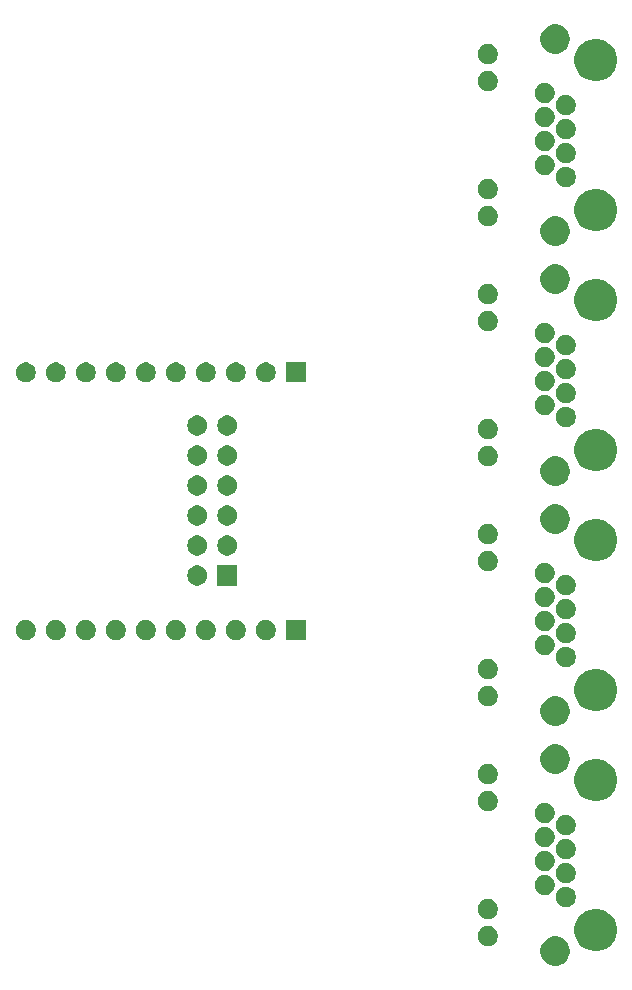
<source format=gbr>
G04 #@! TF.GenerationSoftware,KiCad,Pcbnew,5.0.1+dfsg1-2*
G04 #@! TF.CreationDate,2018-11-18T21:04:06+01:00*
G04 #@! TF.ProjectId,icestick-rj45-shield,696365737469636B2D726A34352D7368,rev?*
G04 #@! TF.SameCoordinates,Original*
G04 #@! TF.FileFunction,Soldermask,Bot*
G04 #@! TF.FilePolarity,Negative*
%FSLAX46Y46*%
G04 Gerber Fmt 4.6, Leading zero omitted, Abs format (unit mm)*
G04 Created by KiCad (PCBNEW 5.0.1+dfsg1-2) date So 18 Nov 2018 21:04:06 CET*
%MOMM*%
%LPD*%
G01*
G04 APERTURE LIST*
%ADD10C,0.100000*%
G04 APERTURE END LIST*
D10*
G36*
X184713636Y-132621019D02*
X184894903Y-132657075D01*
X185122571Y-132751378D01*
X185326542Y-132887668D01*
X185327469Y-132888287D01*
X185501713Y-133062531D01*
X185501715Y-133062534D01*
X185638622Y-133267429D01*
X185732925Y-133495097D01*
X185781000Y-133736787D01*
X185781000Y-133983213D01*
X185732925Y-134224903D01*
X185638622Y-134452571D01*
X185502332Y-134656542D01*
X185501713Y-134657469D01*
X185327469Y-134831713D01*
X185327466Y-134831715D01*
X185122571Y-134968622D01*
X184894903Y-135062925D01*
X184713636Y-135098981D01*
X184653214Y-135111000D01*
X184406786Y-135111000D01*
X184346364Y-135098981D01*
X184165097Y-135062925D01*
X183937429Y-134968622D01*
X183732534Y-134831715D01*
X183732531Y-134831713D01*
X183558287Y-134657469D01*
X183557668Y-134656542D01*
X183421378Y-134452571D01*
X183327075Y-134224903D01*
X183279000Y-133983213D01*
X183279000Y-133736787D01*
X183327075Y-133495097D01*
X183421378Y-133267429D01*
X183558285Y-133062534D01*
X183558287Y-133062531D01*
X183732531Y-132888287D01*
X183733458Y-132887668D01*
X183937429Y-132751378D01*
X184165097Y-132657075D01*
X184346364Y-132621019D01*
X184406786Y-132609000D01*
X184653214Y-132609000D01*
X184713636Y-132621019D01*
X184713636Y-132621019D01*
G37*
G36*
X188485331Y-130348211D02*
X188813092Y-130483974D01*
X189108073Y-130681074D01*
X189358926Y-130931927D01*
X189556026Y-131226908D01*
X189691789Y-131554669D01*
X189761000Y-131902616D01*
X189761000Y-132257384D01*
X189691789Y-132605331D01*
X189556026Y-132933092D01*
X189358926Y-133228073D01*
X189108073Y-133478926D01*
X188813092Y-133676026D01*
X188485331Y-133811789D01*
X188137384Y-133881000D01*
X187782616Y-133881000D01*
X187434669Y-133811789D01*
X187106908Y-133676026D01*
X186811927Y-133478926D01*
X186561074Y-133228073D01*
X186363974Y-132933092D01*
X186228211Y-132605331D01*
X186159000Y-132257384D01*
X186159000Y-131902616D01*
X186228211Y-131554669D01*
X186363974Y-131226908D01*
X186561074Y-130931927D01*
X186811927Y-130681074D01*
X187106908Y-130483974D01*
X187434669Y-130348211D01*
X187782616Y-130279000D01*
X188137384Y-130279000D01*
X188485331Y-130348211D01*
X188485331Y-130348211D01*
G37*
G36*
X179068228Y-131771703D02*
X179223100Y-131835853D01*
X179362481Y-131928985D01*
X179481015Y-132047519D01*
X179574147Y-132186900D01*
X179638297Y-132341772D01*
X179671000Y-132506184D01*
X179671000Y-132673816D01*
X179638297Y-132838228D01*
X179574147Y-132993100D01*
X179481015Y-133132481D01*
X179362481Y-133251015D01*
X179223100Y-133344147D01*
X179068228Y-133408297D01*
X178903816Y-133441000D01*
X178736184Y-133441000D01*
X178571772Y-133408297D01*
X178416900Y-133344147D01*
X178277519Y-133251015D01*
X178158985Y-133132481D01*
X178065853Y-132993100D01*
X178001703Y-132838228D01*
X177969000Y-132673816D01*
X177969000Y-132506184D01*
X178001703Y-132341772D01*
X178065853Y-132186900D01*
X178158985Y-132047519D01*
X178277519Y-131928985D01*
X178416900Y-131835853D01*
X178571772Y-131771703D01*
X178736184Y-131739000D01*
X178903816Y-131739000D01*
X179068228Y-131771703D01*
X179068228Y-131771703D01*
G37*
G36*
X179068228Y-129481703D02*
X179223100Y-129545853D01*
X179362481Y-129638985D01*
X179481015Y-129757519D01*
X179574147Y-129896900D01*
X179638297Y-130051772D01*
X179671000Y-130216184D01*
X179671000Y-130383816D01*
X179638297Y-130548228D01*
X179574147Y-130703100D01*
X179481015Y-130842481D01*
X179362481Y-130961015D01*
X179223100Y-131054147D01*
X179068228Y-131118297D01*
X178903816Y-131151000D01*
X178736184Y-131151000D01*
X178571772Y-131118297D01*
X178416900Y-131054147D01*
X178277519Y-130961015D01*
X178158985Y-130842481D01*
X178065853Y-130703100D01*
X178001703Y-130548228D01*
X177969000Y-130383816D01*
X177969000Y-130216184D01*
X178001703Y-130051772D01*
X178065853Y-129896900D01*
X178158985Y-129757519D01*
X178277519Y-129638985D01*
X178416900Y-129545853D01*
X178571772Y-129481703D01*
X178736184Y-129449000D01*
X178903816Y-129449000D01*
X179068228Y-129481703D01*
X179068228Y-129481703D01*
G37*
G36*
X185668228Y-128456703D02*
X185823100Y-128520853D01*
X185962481Y-128613985D01*
X186081015Y-128732519D01*
X186174147Y-128871900D01*
X186238297Y-129026772D01*
X186271000Y-129191184D01*
X186271000Y-129358816D01*
X186238297Y-129523228D01*
X186174147Y-129678100D01*
X186081015Y-129817481D01*
X185962481Y-129936015D01*
X185823100Y-130029147D01*
X185668228Y-130093297D01*
X185503816Y-130126000D01*
X185336184Y-130126000D01*
X185171772Y-130093297D01*
X185016900Y-130029147D01*
X184877519Y-129936015D01*
X184758985Y-129817481D01*
X184665853Y-129678100D01*
X184601703Y-129523228D01*
X184569000Y-129358816D01*
X184569000Y-129191184D01*
X184601703Y-129026772D01*
X184665853Y-128871900D01*
X184758985Y-128732519D01*
X184877519Y-128613985D01*
X185016900Y-128520853D01*
X185171772Y-128456703D01*
X185336184Y-128424000D01*
X185503816Y-128424000D01*
X185668228Y-128456703D01*
X185668228Y-128456703D01*
G37*
G36*
X183888228Y-127441703D02*
X184043100Y-127505853D01*
X184182481Y-127598985D01*
X184301015Y-127717519D01*
X184394147Y-127856900D01*
X184458297Y-128011772D01*
X184491000Y-128176184D01*
X184491000Y-128343816D01*
X184458297Y-128508228D01*
X184394147Y-128663100D01*
X184301015Y-128802481D01*
X184182481Y-128921015D01*
X184043100Y-129014147D01*
X183888228Y-129078297D01*
X183723816Y-129111000D01*
X183556184Y-129111000D01*
X183391772Y-129078297D01*
X183236900Y-129014147D01*
X183097519Y-128921015D01*
X182978985Y-128802481D01*
X182885853Y-128663100D01*
X182821703Y-128508228D01*
X182789000Y-128343816D01*
X182789000Y-128176184D01*
X182821703Y-128011772D01*
X182885853Y-127856900D01*
X182978985Y-127717519D01*
X183097519Y-127598985D01*
X183236900Y-127505853D01*
X183391772Y-127441703D01*
X183556184Y-127409000D01*
X183723816Y-127409000D01*
X183888228Y-127441703D01*
X183888228Y-127441703D01*
G37*
G36*
X185668228Y-126426703D02*
X185823100Y-126490853D01*
X185962481Y-126583985D01*
X186081015Y-126702519D01*
X186174147Y-126841900D01*
X186238297Y-126996772D01*
X186271000Y-127161184D01*
X186271000Y-127328816D01*
X186238297Y-127493228D01*
X186174147Y-127648100D01*
X186081015Y-127787481D01*
X185962481Y-127906015D01*
X185823100Y-127999147D01*
X185668228Y-128063297D01*
X185503816Y-128096000D01*
X185336184Y-128096000D01*
X185171772Y-128063297D01*
X185016900Y-127999147D01*
X184877519Y-127906015D01*
X184758985Y-127787481D01*
X184665853Y-127648100D01*
X184601703Y-127493228D01*
X184569000Y-127328816D01*
X184569000Y-127161184D01*
X184601703Y-126996772D01*
X184665853Y-126841900D01*
X184758985Y-126702519D01*
X184877519Y-126583985D01*
X185016900Y-126490853D01*
X185171772Y-126426703D01*
X185336184Y-126394000D01*
X185503816Y-126394000D01*
X185668228Y-126426703D01*
X185668228Y-126426703D01*
G37*
G36*
X183888228Y-125411703D02*
X184043100Y-125475853D01*
X184182481Y-125568985D01*
X184301015Y-125687519D01*
X184394147Y-125826900D01*
X184458297Y-125981772D01*
X184491000Y-126146184D01*
X184491000Y-126313816D01*
X184458297Y-126478228D01*
X184394147Y-126633100D01*
X184301015Y-126772481D01*
X184182481Y-126891015D01*
X184043100Y-126984147D01*
X183888228Y-127048297D01*
X183723816Y-127081000D01*
X183556184Y-127081000D01*
X183391772Y-127048297D01*
X183236900Y-126984147D01*
X183097519Y-126891015D01*
X182978985Y-126772481D01*
X182885853Y-126633100D01*
X182821703Y-126478228D01*
X182789000Y-126313816D01*
X182789000Y-126146184D01*
X182821703Y-125981772D01*
X182885853Y-125826900D01*
X182978985Y-125687519D01*
X183097519Y-125568985D01*
X183236900Y-125475853D01*
X183391772Y-125411703D01*
X183556184Y-125379000D01*
X183723816Y-125379000D01*
X183888228Y-125411703D01*
X183888228Y-125411703D01*
G37*
G36*
X185668228Y-124396703D02*
X185823100Y-124460853D01*
X185962481Y-124553985D01*
X186081015Y-124672519D01*
X186174147Y-124811900D01*
X186238297Y-124966772D01*
X186271000Y-125131184D01*
X186271000Y-125298816D01*
X186238297Y-125463228D01*
X186174147Y-125618100D01*
X186081015Y-125757481D01*
X185962481Y-125876015D01*
X185823100Y-125969147D01*
X185668228Y-126033297D01*
X185503816Y-126066000D01*
X185336184Y-126066000D01*
X185171772Y-126033297D01*
X185016900Y-125969147D01*
X184877519Y-125876015D01*
X184758985Y-125757481D01*
X184665853Y-125618100D01*
X184601703Y-125463228D01*
X184569000Y-125298816D01*
X184569000Y-125131184D01*
X184601703Y-124966772D01*
X184665853Y-124811900D01*
X184758985Y-124672519D01*
X184877519Y-124553985D01*
X185016900Y-124460853D01*
X185171772Y-124396703D01*
X185336184Y-124364000D01*
X185503816Y-124364000D01*
X185668228Y-124396703D01*
X185668228Y-124396703D01*
G37*
G36*
X183888228Y-123381703D02*
X184043100Y-123445853D01*
X184182481Y-123538985D01*
X184301015Y-123657519D01*
X184394147Y-123796900D01*
X184458297Y-123951772D01*
X184491000Y-124116184D01*
X184491000Y-124283816D01*
X184458297Y-124448228D01*
X184394147Y-124603100D01*
X184301015Y-124742481D01*
X184182481Y-124861015D01*
X184043100Y-124954147D01*
X183888228Y-125018297D01*
X183723816Y-125051000D01*
X183556184Y-125051000D01*
X183391772Y-125018297D01*
X183236900Y-124954147D01*
X183097519Y-124861015D01*
X182978985Y-124742481D01*
X182885853Y-124603100D01*
X182821703Y-124448228D01*
X182789000Y-124283816D01*
X182789000Y-124116184D01*
X182821703Y-123951772D01*
X182885853Y-123796900D01*
X182978985Y-123657519D01*
X183097519Y-123538985D01*
X183236900Y-123445853D01*
X183391772Y-123381703D01*
X183556184Y-123349000D01*
X183723816Y-123349000D01*
X183888228Y-123381703D01*
X183888228Y-123381703D01*
G37*
G36*
X185668228Y-122366703D02*
X185823100Y-122430853D01*
X185962481Y-122523985D01*
X186081015Y-122642519D01*
X186174147Y-122781900D01*
X186238297Y-122936772D01*
X186271000Y-123101184D01*
X186271000Y-123268816D01*
X186238297Y-123433228D01*
X186174147Y-123588100D01*
X186081015Y-123727481D01*
X185962481Y-123846015D01*
X185823100Y-123939147D01*
X185668228Y-124003297D01*
X185503816Y-124036000D01*
X185336184Y-124036000D01*
X185171772Y-124003297D01*
X185016900Y-123939147D01*
X184877519Y-123846015D01*
X184758985Y-123727481D01*
X184665853Y-123588100D01*
X184601703Y-123433228D01*
X184569000Y-123268816D01*
X184569000Y-123101184D01*
X184601703Y-122936772D01*
X184665853Y-122781900D01*
X184758985Y-122642519D01*
X184877519Y-122523985D01*
X185016900Y-122430853D01*
X185171772Y-122366703D01*
X185336184Y-122334000D01*
X185503816Y-122334000D01*
X185668228Y-122366703D01*
X185668228Y-122366703D01*
G37*
G36*
X183888228Y-121351703D02*
X184043100Y-121415853D01*
X184182481Y-121508985D01*
X184301015Y-121627519D01*
X184394147Y-121766900D01*
X184458297Y-121921772D01*
X184491000Y-122086184D01*
X184491000Y-122253816D01*
X184458297Y-122418228D01*
X184394147Y-122573100D01*
X184301015Y-122712481D01*
X184182481Y-122831015D01*
X184043100Y-122924147D01*
X183888228Y-122988297D01*
X183723816Y-123021000D01*
X183556184Y-123021000D01*
X183391772Y-122988297D01*
X183236900Y-122924147D01*
X183097519Y-122831015D01*
X182978985Y-122712481D01*
X182885853Y-122573100D01*
X182821703Y-122418228D01*
X182789000Y-122253816D01*
X182789000Y-122086184D01*
X182821703Y-121921772D01*
X182885853Y-121766900D01*
X182978985Y-121627519D01*
X183097519Y-121508985D01*
X183236900Y-121415853D01*
X183391772Y-121351703D01*
X183556184Y-121319000D01*
X183723816Y-121319000D01*
X183888228Y-121351703D01*
X183888228Y-121351703D01*
G37*
G36*
X179068228Y-120341703D02*
X179223100Y-120405853D01*
X179362481Y-120498985D01*
X179481015Y-120617519D01*
X179574147Y-120756900D01*
X179638297Y-120911772D01*
X179671000Y-121076184D01*
X179671000Y-121243816D01*
X179638297Y-121408228D01*
X179574147Y-121563100D01*
X179481015Y-121702481D01*
X179362481Y-121821015D01*
X179223100Y-121914147D01*
X179068228Y-121978297D01*
X178903816Y-122011000D01*
X178736184Y-122011000D01*
X178571772Y-121978297D01*
X178416900Y-121914147D01*
X178277519Y-121821015D01*
X178158985Y-121702481D01*
X178065853Y-121563100D01*
X178001703Y-121408228D01*
X177969000Y-121243816D01*
X177969000Y-121076184D01*
X178001703Y-120911772D01*
X178065853Y-120756900D01*
X178158985Y-120617519D01*
X178277519Y-120498985D01*
X178416900Y-120405853D01*
X178571772Y-120341703D01*
X178736184Y-120309000D01*
X178903816Y-120309000D01*
X179068228Y-120341703D01*
X179068228Y-120341703D01*
G37*
G36*
X188485331Y-117648211D02*
X188813092Y-117783974D01*
X189108073Y-117981074D01*
X189358926Y-118231927D01*
X189556026Y-118526908D01*
X189691789Y-118854669D01*
X189761000Y-119202616D01*
X189761000Y-119557384D01*
X189691789Y-119905331D01*
X189556026Y-120233092D01*
X189358926Y-120528073D01*
X189108073Y-120778926D01*
X188813092Y-120976026D01*
X188485331Y-121111789D01*
X188137384Y-121181000D01*
X187782616Y-121181000D01*
X187434669Y-121111789D01*
X187106908Y-120976026D01*
X186811927Y-120778926D01*
X186561074Y-120528073D01*
X186363974Y-120233092D01*
X186228211Y-119905331D01*
X186159000Y-119557384D01*
X186159000Y-119202616D01*
X186228211Y-118854669D01*
X186363974Y-118526908D01*
X186561074Y-118231927D01*
X186811927Y-117981074D01*
X187106908Y-117783974D01*
X187434669Y-117648211D01*
X187782616Y-117579000D01*
X188137384Y-117579000D01*
X188485331Y-117648211D01*
X188485331Y-117648211D01*
G37*
G36*
X179068228Y-118051703D02*
X179223100Y-118115853D01*
X179362481Y-118208985D01*
X179481015Y-118327519D01*
X179574147Y-118466900D01*
X179638297Y-118621772D01*
X179671000Y-118786184D01*
X179671000Y-118953816D01*
X179638297Y-119118228D01*
X179574147Y-119273100D01*
X179481015Y-119412481D01*
X179362481Y-119531015D01*
X179223100Y-119624147D01*
X179068228Y-119688297D01*
X178903816Y-119721000D01*
X178736184Y-119721000D01*
X178571772Y-119688297D01*
X178416900Y-119624147D01*
X178277519Y-119531015D01*
X178158985Y-119412481D01*
X178065853Y-119273100D01*
X178001703Y-119118228D01*
X177969000Y-118953816D01*
X177969000Y-118786184D01*
X178001703Y-118621772D01*
X178065853Y-118466900D01*
X178158985Y-118327519D01*
X178277519Y-118208985D01*
X178416900Y-118115853D01*
X178571772Y-118051703D01*
X178736184Y-118019000D01*
X178903816Y-118019000D01*
X179068228Y-118051703D01*
X179068228Y-118051703D01*
G37*
G36*
X184713636Y-116361019D02*
X184894903Y-116397075D01*
X185122571Y-116491378D01*
X185326542Y-116627668D01*
X185327469Y-116628287D01*
X185501713Y-116802531D01*
X185501715Y-116802534D01*
X185638622Y-117007429D01*
X185732925Y-117235097D01*
X185781000Y-117476787D01*
X185781000Y-117723213D01*
X185732925Y-117964903D01*
X185638622Y-118192571D01*
X185548452Y-118327519D01*
X185501713Y-118397469D01*
X185327469Y-118571713D01*
X185327466Y-118571715D01*
X185122571Y-118708622D01*
X184894903Y-118802925D01*
X184713635Y-118838981D01*
X184653214Y-118851000D01*
X184406786Y-118851000D01*
X184346365Y-118838981D01*
X184165097Y-118802925D01*
X183937429Y-118708622D01*
X183732534Y-118571715D01*
X183732531Y-118571713D01*
X183558287Y-118397469D01*
X183511548Y-118327519D01*
X183421378Y-118192571D01*
X183327075Y-117964903D01*
X183279000Y-117723213D01*
X183279000Y-117476787D01*
X183327075Y-117235097D01*
X183421378Y-117007429D01*
X183558285Y-116802534D01*
X183558287Y-116802531D01*
X183732531Y-116628287D01*
X183733458Y-116627668D01*
X183937429Y-116491378D01*
X184165097Y-116397075D01*
X184346364Y-116361019D01*
X184406786Y-116349000D01*
X184653214Y-116349000D01*
X184713636Y-116361019D01*
X184713636Y-116361019D01*
G37*
G36*
X184713635Y-112301019D02*
X184894903Y-112337075D01*
X185122571Y-112431378D01*
X185326542Y-112567668D01*
X185327469Y-112568287D01*
X185501713Y-112742531D01*
X185501715Y-112742534D01*
X185638622Y-112947429D01*
X185732925Y-113175097D01*
X185781000Y-113416787D01*
X185781000Y-113663213D01*
X185732925Y-113904903D01*
X185638622Y-114132571D01*
X185502332Y-114336542D01*
X185501713Y-114337469D01*
X185327469Y-114511713D01*
X185327466Y-114511715D01*
X185122571Y-114648622D01*
X184894903Y-114742925D01*
X184713635Y-114778981D01*
X184653214Y-114791000D01*
X184406786Y-114791000D01*
X184346365Y-114778981D01*
X184165097Y-114742925D01*
X183937429Y-114648622D01*
X183732534Y-114511715D01*
X183732531Y-114511713D01*
X183558287Y-114337469D01*
X183557668Y-114336542D01*
X183421378Y-114132571D01*
X183327075Y-113904903D01*
X183279000Y-113663213D01*
X183279000Y-113416787D01*
X183327075Y-113175097D01*
X183421378Y-112947429D01*
X183558285Y-112742534D01*
X183558287Y-112742531D01*
X183732531Y-112568287D01*
X183733458Y-112567668D01*
X183937429Y-112431378D01*
X184165097Y-112337075D01*
X184346365Y-112301019D01*
X184406786Y-112289000D01*
X184653214Y-112289000D01*
X184713635Y-112301019D01*
X184713635Y-112301019D01*
G37*
G36*
X188485331Y-110028211D02*
X188813092Y-110163974D01*
X189108073Y-110361074D01*
X189358926Y-110611927D01*
X189556026Y-110906908D01*
X189691789Y-111234669D01*
X189761000Y-111582616D01*
X189761000Y-111937384D01*
X189691789Y-112285331D01*
X189556026Y-112613092D01*
X189358926Y-112908073D01*
X189108073Y-113158926D01*
X188813092Y-113356026D01*
X188485331Y-113491789D01*
X188137384Y-113561000D01*
X187782616Y-113561000D01*
X187434669Y-113491789D01*
X187106908Y-113356026D01*
X186811927Y-113158926D01*
X186561074Y-112908073D01*
X186363974Y-112613092D01*
X186228211Y-112285331D01*
X186159000Y-111937384D01*
X186159000Y-111582616D01*
X186228211Y-111234669D01*
X186363974Y-110906908D01*
X186561074Y-110611927D01*
X186811927Y-110361074D01*
X187106908Y-110163974D01*
X187434669Y-110028211D01*
X187782616Y-109959000D01*
X188137384Y-109959000D01*
X188485331Y-110028211D01*
X188485331Y-110028211D01*
G37*
G36*
X179068228Y-111451703D02*
X179223100Y-111515853D01*
X179362481Y-111608985D01*
X179481015Y-111727519D01*
X179574147Y-111866900D01*
X179638297Y-112021772D01*
X179671000Y-112186184D01*
X179671000Y-112353816D01*
X179638297Y-112518228D01*
X179574147Y-112673100D01*
X179481015Y-112812481D01*
X179362481Y-112931015D01*
X179223100Y-113024147D01*
X179068228Y-113088297D01*
X178903816Y-113121000D01*
X178736184Y-113121000D01*
X178571772Y-113088297D01*
X178416900Y-113024147D01*
X178277519Y-112931015D01*
X178158985Y-112812481D01*
X178065853Y-112673100D01*
X178001703Y-112518228D01*
X177969000Y-112353816D01*
X177969000Y-112186184D01*
X178001703Y-112021772D01*
X178065853Y-111866900D01*
X178158985Y-111727519D01*
X178277519Y-111608985D01*
X178416900Y-111515853D01*
X178571772Y-111451703D01*
X178736184Y-111419000D01*
X178903816Y-111419000D01*
X179068228Y-111451703D01*
X179068228Y-111451703D01*
G37*
G36*
X179068228Y-109161703D02*
X179223100Y-109225853D01*
X179362481Y-109318985D01*
X179481015Y-109437519D01*
X179574147Y-109576900D01*
X179638297Y-109731772D01*
X179671000Y-109896184D01*
X179671000Y-110063816D01*
X179638297Y-110228228D01*
X179574147Y-110383100D01*
X179481015Y-110522481D01*
X179362481Y-110641015D01*
X179223100Y-110734147D01*
X179068228Y-110798297D01*
X178903816Y-110831000D01*
X178736184Y-110831000D01*
X178571772Y-110798297D01*
X178416900Y-110734147D01*
X178277519Y-110641015D01*
X178158985Y-110522481D01*
X178065853Y-110383100D01*
X178001703Y-110228228D01*
X177969000Y-110063816D01*
X177969000Y-109896184D01*
X178001703Y-109731772D01*
X178065853Y-109576900D01*
X178158985Y-109437519D01*
X178277519Y-109318985D01*
X178416900Y-109225853D01*
X178571772Y-109161703D01*
X178736184Y-109129000D01*
X178903816Y-109129000D01*
X179068228Y-109161703D01*
X179068228Y-109161703D01*
G37*
G36*
X185668228Y-108136703D02*
X185823100Y-108200853D01*
X185962481Y-108293985D01*
X186081015Y-108412519D01*
X186174147Y-108551900D01*
X186238297Y-108706772D01*
X186271000Y-108871184D01*
X186271000Y-109038816D01*
X186238297Y-109203228D01*
X186174147Y-109358100D01*
X186081015Y-109497481D01*
X185962481Y-109616015D01*
X185823100Y-109709147D01*
X185668228Y-109773297D01*
X185503816Y-109806000D01*
X185336184Y-109806000D01*
X185171772Y-109773297D01*
X185016900Y-109709147D01*
X184877519Y-109616015D01*
X184758985Y-109497481D01*
X184665853Y-109358100D01*
X184601703Y-109203228D01*
X184569000Y-109038816D01*
X184569000Y-108871184D01*
X184601703Y-108706772D01*
X184665853Y-108551900D01*
X184758985Y-108412519D01*
X184877519Y-108293985D01*
X185016900Y-108200853D01*
X185171772Y-108136703D01*
X185336184Y-108104000D01*
X185503816Y-108104000D01*
X185668228Y-108136703D01*
X185668228Y-108136703D01*
G37*
G36*
X183888228Y-107121703D02*
X184043100Y-107185853D01*
X184182481Y-107278985D01*
X184301015Y-107397519D01*
X184394147Y-107536900D01*
X184458297Y-107691772D01*
X184491000Y-107856184D01*
X184491000Y-108023816D01*
X184458297Y-108188228D01*
X184394147Y-108343100D01*
X184301015Y-108482481D01*
X184182481Y-108601015D01*
X184043100Y-108694147D01*
X183888228Y-108758297D01*
X183723816Y-108791000D01*
X183556184Y-108791000D01*
X183391772Y-108758297D01*
X183236900Y-108694147D01*
X183097519Y-108601015D01*
X182978985Y-108482481D01*
X182885853Y-108343100D01*
X182821703Y-108188228D01*
X182789000Y-108023816D01*
X182789000Y-107856184D01*
X182821703Y-107691772D01*
X182885853Y-107536900D01*
X182978985Y-107397519D01*
X183097519Y-107278985D01*
X183236900Y-107185853D01*
X183391772Y-107121703D01*
X183556184Y-107089000D01*
X183723816Y-107089000D01*
X183888228Y-107121703D01*
X183888228Y-107121703D01*
G37*
G36*
X185668228Y-106106703D02*
X185823100Y-106170853D01*
X185962481Y-106263985D01*
X186081015Y-106382519D01*
X186174147Y-106521900D01*
X186238297Y-106676772D01*
X186271000Y-106841184D01*
X186271000Y-107008816D01*
X186238297Y-107173228D01*
X186174147Y-107328100D01*
X186081015Y-107467481D01*
X185962481Y-107586015D01*
X185823100Y-107679147D01*
X185668228Y-107743297D01*
X185503816Y-107776000D01*
X185336184Y-107776000D01*
X185171772Y-107743297D01*
X185016900Y-107679147D01*
X184877519Y-107586015D01*
X184758985Y-107467481D01*
X184665853Y-107328100D01*
X184601703Y-107173228D01*
X184569000Y-107008816D01*
X184569000Y-106841184D01*
X184601703Y-106676772D01*
X184665853Y-106521900D01*
X184758985Y-106382519D01*
X184877519Y-106263985D01*
X185016900Y-106170853D01*
X185171772Y-106106703D01*
X185336184Y-106074000D01*
X185503816Y-106074000D01*
X185668228Y-106106703D01*
X185668228Y-106106703D01*
G37*
G36*
X163411000Y-107531000D02*
X161709000Y-107531000D01*
X161709000Y-105829000D01*
X163411000Y-105829000D01*
X163411000Y-107531000D01*
X163411000Y-107531000D01*
G37*
G36*
X160268228Y-105861703D02*
X160423100Y-105925853D01*
X160562481Y-106018985D01*
X160681015Y-106137519D01*
X160774147Y-106276900D01*
X160838297Y-106431772D01*
X160871000Y-106596184D01*
X160871000Y-106763816D01*
X160838297Y-106928228D01*
X160774147Y-107083100D01*
X160681015Y-107222481D01*
X160562481Y-107341015D01*
X160423100Y-107434147D01*
X160268228Y-107498297D01*
X160103816Y-107531000D01*
X159936184Y-107531000D01*
X159771772Y-107498297D01*
X159616900Y-107434147D01*
X159477519Y-107341015D01*
X159358985Y-107222481D01*
X159265853Y-107083100D01*
X159201703Y-106928228D01*
X159169000Y-106763816D01*
X159169000Y-106596184D01*
X159201703Y-106431772D01*
X159265853Y-106276900D01*
X159358985Y-106137519D01*
X159477519Y-106018985D01*
X159616900Y-105925853D01*
X159771772Y-105861703D01*
X159936184Y-105829000D01*
X160103816Y-105829000D01*
X160268228Y-105861703D01*
X160268228Y-105861703D01*
G37*
G36*
X150108228Y-105861703D02*
X150263100Y-105925853D01*
X150402481Y-106018985D01*
X150521015Y-106137519D01*
X150614147Y-106276900D01*
X150678297Y-106431772D01*
X150711000Y-106596184D01*
X150711000Y-106763816D01*
X150678297Y-106928228D01*
X150614147Y-107083100D01*
X150521015Y-107222481D01*
X150402481Y-107341015D01*
X150263100Y-107434147D01*
X150108228Y-107498297D01*
X149943816Y-107531000D01*
X149776184Y-107531000D01*
X149611772Y-107498297D01*
X149456900Y-107434147D01*
X149317519Y-107341015D01*
X149198985Y-107222481D01*
X149105853Y-107083100D01*
X149041703Y-106928228D01*
X149009000Y-106763816D01*
X149009000Y-106596184D01*
X149041703Y-106431772D01*
X149105853Y-106276900D01*
X149198985Y-106137519D01*
X149317519Y-106018985D01*
X149456900Y-105925853D01*
X149611772Y-105861703D01*
X149776184Y-105829000D01*
X149943816Y-105829000D01*
X150108228Y-105861703D01*
X150108228Y-105861703D01*
G37*
G36*
X157728228Y-105861703D02*
X157883100Y-105925853D01*
X158022481Y-106018985D01*
X158141015Y-106137519D01*
X158234147Y-106276900D01*
X158298297Y-106431772D01*
X158331000Y-106596184D01*
X158331000Y-106763816D01*
X158298297Y-106928228D01*
X158234147Y-107083100D01*
X158141015Y-107222481D01*
X158022481Y-107341015D01*
X157883100Y-107434147D01*
X157728228Y-107498297D01*
X157563816Y-107531000D01*
X157396184Y-107531000D01*
X157231772Y-107498297D01*
X157076900Y-107434147D01*
X156937519Y-107341015D01*
X156818985Y-107222481D01*
X156725853Y-107083100D01*
X156661703Y-106928228D01*
X156629000Y-106763816D01*
X156629000Y-106596184D01*
X156661703Y-106431772D01*
X156725853Y-106276900D01*
X156818985Y-106137519D01*
X156937519Y-106018985D01*
X157076900Y-105925853D01*
X157231772Y-105861703D01*
X157396184Y-105829000D01*
X157563816Y-105829000D01*
X157728228Y-105861703D01*
X157728228Y-105861703D01*
G37*
G36*
X155188228Y-105861703D02*
X155343100Y-105925853D01*
X155482481Y-106018985D01*
X155601015Y-106137519D01*
X155694147Y-106276900D01*
X155758297Y-106431772D01*
X155791000Y-106596184D01*
X155791000Y-106763816D01*
X155758297Y-106928228D01*
X155694147Y-107083100D01*
X155601015Y-107222481D01*
X155482481Y-107341015D01*
X155343100Y-107434147D01*
X155188228Y-107498297D01*
X155023816Y-107531000D01*
X154856184Y-107531000D01*
X154691772Y-107498297D01*
X154536900Y-107434147D01*
X154397519Y-107341015D01*
X154278985Y-107222481D01*
X154185853Y-107083100D01*
X154121703Y-106928228D01*
X154089000Y-106763816D01*
X154089000Y-106596184D01*
X154121703Y-106431772D01*
X154185853Y-106276900D01*
X154278985Y-106137519D01*
X154397519Y-106018985D01*
X154536900Y-105925853D01*
X154691772Y-105861703D01*
X154856184Y-105829000D01*
X155023816Y-105829000D01*
X155188228Y-105861703D01*
X155188228Y-105861703D01*
G37*
G36*
X139948228Y-105861703D02*
X140103100Y-105925853D01*
X140242481Y-106018985D01*
X140361015Y-106137519D01*
X140454147Y-106276900D01*
X140518297Y-106431772D01*
X140551000Y-106596184D01*
X140551000Y-106763816D01*
X140518297Y-106928228D01*
X140454147Y-107083100D01*
X140361015Y-107222481D01*
X140242481Y-107341015D01*
X140103100Y-107434147D01*
X139948228Y-107498297D01*
X139783816Y-107531000D01*
X139616184Y-107531000D01*
X139451772Y-107498297D01*
X139296900Y-107434147D01*
X139157519Y-107341015D01*
X139038985Y-107222481D01*
X138945853Y-107083100D01*
X138881703Y-106928228D01*
X138849000Y-106763816D01*
X138849000Y-106596184D01*
X138881703Y-106431772D01*
X138945853Y-106276900D01*
X139038985Y-106137519D01*
X139157519Y-106018985D01*
X139296900Y-105925853D01*
X139451772Y-105861703D01*
X139616184Y-105829000D01*
X139783816Y-105829000D01*
X139948228Y-105861703D01*
X139948228Y-105861703D01*
G37*
G36*
X142488228Y-105861703D02*
X142643100Y-105925853D01*
X142782481Y-106018985D01*
X142901015Y-106137519D01*
X142994147Y-106276900D01*
X143058297Y-106431772D01*
X143091000Y-106596184D01*
X143091000Y-106763816D01*
X143058297Y-106928228D01*
X142994147Y-107083100D01*
X142901015Y-107222481D01*
X142782481Y-107341015D01*
X142643100Y-107434147D01*
X142488228Y-107498297D01*
X142323816Y-107531000D01*
X142156184Y-107531000D01*
X141991772Y-107498297D01*
X141836900Y-107434147D01*
X141697519Y-107341015D01*
X141578985Y-107222481D01*
X141485853Y-107083100D01*
X141421703Y-106928228D01*
X141389000Y-106763816D01*
X141389000Y-106596184D01*
X141421703Y-106431772D01*
X141485853Y-106276900D01*
X141578985Y-106137519D01*
X141697519Y-106018985D01*
X141836900Y-105925853D01*
X141991772Y-105861703D01*
X142156184Y-105829000D01*
X142323816Y-105829000D01*
X142488228Y-105861703D01*
X142488228Y-105861703D01*
G37*
G36*
X147568228Y-105861703D02*
X147723100Y-105925853D01*
X147862481Y-106018985D01*
X147981015Y-106137519D01*
X148074147Y-106276900D01*
X148138297Y-106431772D01*
X148171000Y-106596184D01*
X148171000Y-106763816D01*
X148138297Y-106928228D01*
X148074147Y-107083100D01*
X147981015Y-107222481D01*
X147862481Y-107341015D01*
X147723100Y-107434147D01*
X147568228Y-107498297D01*
X147403816Y-107531000D01*
X147236184Y-107531000D01*
X147071772Y-107498297D01*
X146916900Y-107434147D01*
X146777519Y-107341015D01*
X146658985Y-107222481D01*
X146565853Y-107083100D01*
X146501703Y-106928228D01*
X146469000Y-106763816D01*
X146469000Y-106596184D01*
X146501703Y-106431772D01*
X146565853Y-106276900D01*
X146658985Y-106137519D01*
X146777519Y-106018985D01*
X146916900Y-105925853D01*
X147071772Y-105861703D01*
X147236184Y-105829000D01*
X147403816Y-105829000D01*
X147568228Y-105861703D01*
X147568228Y-105861703D01*
G37*
G36*
X145028228Y-105861703D02*
X145183100Y-105925853D01*
X145322481Y-106018985D01*
X145441015Y-106137519D01*
X145534147Y-106276900D01*
X145598297Y-106431772D01*
X145631000Y-106596184D01*
X145631000Y-106763816D01*
X145598297Y-106928228D01*
X145534147Y-107083100D01*
X145441015Y-107222481D01*
X145322481Y-107341015D01*
X145183100Y-107434147D01*
X145028228Y-107498297D01*
X144863816Y-107531000D01*
X144696184Y-107531000D01*
X144531772Y-107498297D01*
X144376900Y-107434147D01*
X144237519Y-107341015D01*
X144118985Y-107222481D01*
X144025853Y-107083100D01*
X143961703Y-106928228D01*
X143929000Y-106763816D01*
X143929000Y-106596184D01*
X143961703Y-106431772D01*
X144025853Y-106276900D01*
X144118985Y-106137519D01*
X144237519Y-106018985D01*
X144376900Y-105925853D01*
X144531772Y-105861703D01*
X144696184Y-105829000D01*
X144863816Y-105829000D01*
X145028228Y-105861703D01*
X145028228Y-105861703D01*
G37*
G36*
X152648228Y-105861703D02*
X152803100Y-105925853D01*
X152942481Y-106018985D01*
X153061015Y-106137519D01*
X153154147Y-106276900D01*
X153218297Y-106431772D01*
X153251000Y-106596184D01*
X153251000Y-106763816D01*
X153218297Y-106928228D01*
X153154147Y-107083100D01*
X153061015Y-107222481D01*
X152942481Y-107341015D01*
X152803100Y-107434147D01*
X152648228Y-107498297D01*
X152483816Y-107531000D01*
X152316184Y-107531000D01*
X152151772Y-107498297D01*
X151996900Y-107434147D01*
X151857519Y-107341015D01*
X151738985Y-107222481D01*
X151645853Y-107083100D01*
X151581703Y-106928228D01*
X151549000Y-106763816D01*
X151549000Y-106596184D01*
X151581703Y-106431772D01*
X151645853Y-106276900D01*
X151738985Y-106137519D01*
X151857519Y-106018985D01*
X151996900Y-105925853D01*
X152151772Y-105861703D01*
X152316184Y-105829000D01*
X152483816Y-105829000D01*
X152648228Y-105861703D01*
X152648228Y-105861703D01*
G37*
G36*
X183888228Y-105091703D02*
X184043100Y-105155853D01*
X184182481Y-105248985D01*
X184301015Y-105367519D01*
X184394147Y-105506900D01*
X184458297Y-105661772D01*
X184491000Y-105826184D01*
X184491000Y-105993816D01*
X184458297Y-106158228D01*
X184394147Y-106313100D01*
X184301015Y-106452481D01*
X184182481Y-106571015D01*
X184043100Y-106664147D01*
X183888228Y-106728297D01*
X183723816Y-106761000D01*
X183556184Y-106761000D01*
X183391772Y-106728297D01*
X183236900Y-106664147D01*
X183097519Y-106571015D01*
X182978985Y-106452481D01*
X182885853Y-106313100D01*
X182821703Y-106158228D01*
X182789000Y-105993816D01*
X182789000Y-105826184D01*
X182821703Y-105661772D01*
X182885853Y-105506900D01*
X182978985Y-105367519D01*
X183097519Y-105248985D01*
X183236900Y-105155853D01*
X183391772Y-105091703D01*
X183556184Y-105059000D01*
X183723816Y-105059000D01*
X183888228Y-105091703D01*
X183888228Y-105091703D01*
G37*
G36*
X185668228Y-104076703D02*
X185823100Y-104140853D01*
X185962481Y-104233985D01*
X186081015Y-104352519D01*
X186174147Y-104491900D01*
X186238297Y-104646772D01*
X186271000Y-104811184D01*
X186271000Y-104978816D01*
X186238297Y-105143228D01*
X186174147Y-105298100D01*
X186081015Y-105437481D01*
X185962481Y-105556015D01*
X185823100Y-105649147D01*
X185668228Y-105713297D01*
X185503816Y-105746000D01*
X185336184Y-105746000D01*
X185171772Y-105713297D01*
X185016900Y-105649147D01*
X184877519Y-105556015D01*
X184758985Y-105437481D01*
X184665853Y-105298100D01*
X184601703Y-105143228D01*
X184569000Y-104978816D01*
X184569000Y-104811184D01*
X184601703Y-104646772D01*
X184665853Y-104491900D01*
X184758985Y-104352519D01*
X184877519Y-104233985D01*
X185016900Y-104140853D01*
X185171772Y-104076703D01*
X185336184Y-104044000D01*
X185503816Y-104044000D01*
X185668228Y-104076703D01*
X185668228Y-104076703D01*
G37*
G36*
X183888228Y-103061703D02*
X184043100Y-103125853D01*
X184182481Y-103218985D01*
X184301015Y-103337519D01*
X184394147Y-103476900D01*
X184458297Y-103631772D01*
X184491000Y-103796184D01*
X184491000Y-103963816D01*
X184458297Y-104128228D01*
X184394147Y-104283100D01*
X184301015Y-104422481D01*
X184182481Y-104541015D01*
X184043100Y-104634147D01*
X183888228Y-104698297D01*
X183723816Y-104731000D01*
X183556184Y-104731000D01*
X183391772Y-104698297D01*
X183236900Y-104634147D01*
X183097519Y-104541015D01*
X182978985Y-104422481D01*
X182885853Y-104283100D01*
X182821703Y-104128228D01*
X182789000Y-103963816D01*
X182789000Y-103796184D01*
X182821703Y-103631772D01*
X182885853Y-103476900D01*
X182978985Y-103337519D01*
X183097519Y-103218985D01*
X183236900Y-103125853D01*
X183391772Y-103061703D01*
X183556184Y-103029000D01*
X183723816Y-103029000D01*
X183888228Y-103061703D01*
X183888228Y-103061703D01*
G37*
G36*
X185668228Y-102046703D02*
X185823100Y-102110853D01*
X185962481Y-102203985D01*
X186081015Y-102322519D01*
X186174147Y-102461900D01*
X186238297Y-102616772D01*
X186271000Y-102781184D01*
X186271000Y-102948816D01*
X186238297Y-103113228D01*
X186174147Y-103268100D01*
X186081015Y-103407481D01*
X185962481Y-103526015D01*
X185823100Y-103619147D01*
X185668228Y-103683297D01*
X185503816Y-103716000D01*
X185336184Y-103716000D01*
X185171772Y-103683297D01*
X185016900Y-103619147D01*
X184877519Y-103526015D01*
X184758985Y-103407481D01*
X184665853Y-103268100D01*
X184601703Y-103113228D01*
X184569000Y-102948816D01*
X184569000Y-102781184D01*
X184601703Y-102616772D01*
X184665853Y-102461900D01*
X184758985Y-102322519D01*
X184877519Y-102203985D01*
X185016900Y-102110853D01*
X185171772Y-102046703D01*
X185336184Y-102014000D01*
X185503816Y-102014000D01*
X185668228Y-102046703D01*
X185668228Y-102046703D01*
G37*
G36*
X157611000Y-102911000D02*
X155909000Y-102911000D01*
X155909000Y-101209000D01*
X157611000Y-101209000D01*
X157611000Y-102911000D01*
X157611000Y-102911000D01*
G37*
G36*
X154468228Y-101241703D02*
X154623100Y-101305853D01*
X154762481Y-101398985D01*
X154881015Y-101517519D01*
X154974147Y-101656900D01*
X155038297Y-101811772D01*
X155071000Y-101976184D01*
X155071000Y-102143816D01*
X155038297Y-102308228D01*
X154974147Y-102463100D01*
X154881015Y-102602481D01*
X154762481Y-102721015D01*
X154623100Y-102814147D01*
X154468228Y-102878297D01*
X154303816Y-102911000D01*
X154136184Y-102911000D01*
X153971772Y-102878297D01*
X153816900Y-102814147D01*
X153677519Y-102721015D01*
X153558985Y-102602481D01*
X153465853Y-102463100D01*
X153401703Y-102308228D01*
X153369000Y-102143816D01*
X153369000Y-101976184D01*
X153401703Y-101811772D01*
X153465853Y-101656900D01*
X153558985Y-101517519D01*
X153677519Y-101398985D01*
X153816900Y-101305853D01*
X153971772Y-101241703D01*
X154136184Y-101209000D01*
X154303816Y-101209000D01*
X154468228Y-101241703D01*
X154468228Y-101241703D01*
G37*
G36*
X183888228Y-101031703D02*
X184043100Y-101095853D01*
X184182481Y-101188985D01*
X184301015Y-101307519D01*
X184394147Y-101446900D01*
X184458297Y-101601772D01*
X184491000Y-101766184D01*
X184491000Y-101933816D01*
X184458297Y-102098228D01*
X184394147Y-102253100D01*
X184301015Y-102392481D01*
X184182481Y-102511015D01*
X184043100Y-102604147D01*
X183888228Y-102668297D01*
X183723816Y-102701000D01*
X183556184Y-102701000D01*
X183391772Y-102668297D01*
X183236900Y-102604147D01*
X183097519Y-102511015D01*
X182978985Y-102392481D01*
X182885853Y-102253100D01*
X182821703Y-102098228D01*
X182789000Y-101933816D01*
X182789000Y-101766184D01*
X182821703Y-101601772D01*
X182885853Y-101446900D01*
X182978985Y-101307519D01*
X183097519Y-101188985D01*
X183236900Y-101095853D01*
X183391772Y-101031703D01*
X183556184Y-100999000D01*
X183723816Y-100999000D01*
X183888228Y-101031703D01*
X183888228Y-101031703D01*
G37*
G36*
X179068228Y-100021703D02*
X179223100Y-100085853D01*
X179362481Y-100178985D01*
X179481015Y-100297519D01*
X179574147Y-100436900D01*
X179638297Y-100591772D01*
X179671000Y-100756184D01*
X179671000Y-100923816D01*
X179638297Y-101088228D01*
X179574147Y-101243100D01*
X179481015Y-101382481D01*
X179362481Y-101501015D01*
X179223100Y-101594147D01*
X179068228Y-101658297D01*
X178903816Y-101691000D01*
X178736184Y-101691000D01*
X178571772Y-101658297D01*
X178416900Y-101594147D01*
X178277519Y-101501015D01*
X178158985Y-101382481D01*
X178065853Y-101243100D01*
X178001703Y-101088228D01*
X177969000Y-100923816D01*
X177969000Y-100756184D01*
X178001703Y-100591772D01*
X178065853Y-100436900D01*
X178158985Y-100297519D01*
X178277519Y-100178985D01*
X178416900Y-100085853D01*
X178571772Y-100021703D01*
X178736184Y-99989000D01*
X178903816Y-99989000D01*
X179068228Y-100021703D01*
X179068228Y-100021703D01*
G37*
G36*
X188485331Y-97328211D02*
X188813092Y-97463974D01*
X189108073Y-97661074D01*
X189358926Y-97911927D01*
X189556026Y-98206908D01*
X189691789Y-98534669D01*
X189761000Y-98882616D01*
X189761000Y-99237384D01*
X189691789Y-99585331D01*
X189556026Y-99913092D01*
X189358926Y-100208073D01*
X189108073Y-100458926D01*
X188813092Y-100656026D01*
X188485331Y-100791789D01*
X188137384Y-100861000D01*
X187782616Y-100861000D01*
X187434669Y-100791789D01*
X187106908Y-100656026D01*
X186811927Y-100458926D01*
X186561074Y-100208073D01*
X186363974Y-99913092D01*
X186228211Y-99585331D01*
X186159000Y-99237384D01*
X186159000Y-98882616D01*
X186228211Y-98534669D01*
X186363974Y-98206908D01*
X186561074Y-97911927D01*
X186811927Y-97661074D01*
X187106908Y-97463974D01*
X187434669Y-97328211D01*
X187782616Y-97259000D01*
X188137384Y-97259000D01*
X188485331Y-97328211D01*
X188485331Y-97328211D01*
G37*
G36*
X154468228Y-98701703D02*
X154623100Y-98765853D01*
X154762481Y-98858985D01*
X154881015Y-98977519D01*
X154974147Y-99116900D01*
X155038297Y-99271772D01*
X155071000Y-99436184D01*
X155071000Y-99603816D01*
X155038297Y-99768228D01*
X154974147Y-99923100D01*
X154881015Y-100062481D01*
X154762481Y-100181015D01*
X154623100Y-100274147D01*
X154468228Y-100338297D01*
X154303816Y-100371000D01*
X154136184Y-100371000D01*
X153971772Y-100338297D01*
X153816900Y-100274147D01*
X153677519Y-100181015D01*
X153558985Y-100062481D01*
X153465853Y-99923100D01*
X153401703Y-99768228D01*
X153369000Y-99603816D01*
X153369000Y-99436184D01*
X153401703Y-99271772D01*
X153465853Y-99116900D01*
X153558985Y-98977519D01*
X153677519Y-98858985D01*
X153816900Y-98765853D01*
X153971772Y-98701703D01*
X154136184Y-98669000D01*
X154303816Y-98669000D01*
X154468228Y-98701703D01*
X154468228Y-98701703D01*
G37*
G36*
X157008228Y-98701703D02*
X157163100Y-98765853D01*
X157302481Y-98858985D01*
X157421015Y-98977519D01*
X157514147Y-99116900D01*
X157578297Y-99271772D01*
X157611000Y-99436184D01*
X157611000Y-99603816D01*
X157578297Y-99768228D01*
X157514147Y-99923100D01*
X157421015Y-100062481D01*
X157302481Y-100181015D01*
X157163100Y-100274147D01*
X157008228Y-100338297D01*
X156843816Y-100371000D01*
X156676184Y-100371000D01*
X156511772Y-100338297D01*
X156356900Y-100274147D01*
X156217519Y-100181015D01*
X156098985Y-100062481D01*
X156005853Y-99923100D01*
X155941703Y-99768228D01*
X155909000Y-99603816D01*
X155909000Y-99436184D01*
X155941703Y-99271772D01*
X156005853Y-99116900D01*
X156098985Y-98977519D01*
X156217519Y-98858985D01*
X156356900Y-98765853D01*
X156511772Y-98701703D01*
X156676184Y-98669000D01*
X156843816Y-98669000D01*
X157008228Y-98701703D01*
X157008228Y-98701703D01*
G37*
G36*
X179068228Y-97731703D02*
X179223100Y-97795853D01*
X179362481Y-97888985D01*
X179481015Y-98007519D01*
X179574147Y-98146900D01*
X179638297Y-98301772D01*
X179671000Y-98466184D01*
X179671000Y-98633816D01*
X179638297Y-98798228D01*
X179574147Y-98953100D01*
X179481015Y-99092481D01*
X179362481Y-99211015D01*
X179223100Y-99304147D01*
X179068228Y-99368297D01*
X178903816Y-99401000D01*
X178736184Y-99401000D01*
X178571772Y-99368297D01*
X178416900Y-99304147D01*
X178277519Y-99211015D01*
X178158985Y-99092481D01*
X178065853Y-98953100D01*
X178001703Y-98798228D01*
X177969000Y-98633816D01*
X177969000Y-98466184D01*
X178001703Y-98301772D01*
X178065853Y-98146900D01*
X178158985Y-98007519D01*
X178277519Y-97888985D01*
X178416900Y-97795853D01*
X178571772Y-97731703D01*
X178736184Y-97699000D01*
X178903816Y-97699000D01*
X179068228Y-97731703D01*
X179068228Y-97731703D01*
G37*
G36*
X184713636Y-96041019D02*
X184894903Y-96077075D01*
X185122571Y-96171378D01*
X185326542Y-96307668D01*
X185327469Y-96308287D01*
X185501713Y-96482531D01*
X185501715Y-96482534D01*
X185638622Y-96687429D01*
X185732925Y-96915097D01*
X185781000Y-97156787D01*
X185781000Y-97403213D01*
X185732925Y-97644903D01*
X185638622Y-97872571D01*
X185548452Y-98007519D01*
X185501713Y-98077469D01*
X185327469Y-98251713D01*
X185327466Y-98251715D01*
X185122571Y-98388622D01*
X184894903Y-98482925D01*
X184713635Y-98518981D01*
X184653214Y-98531000D01*
X184406786Y-98531000D01*
X184346365Y-98518981D01*
X184165097Y-98482925D01*
X183937429Y-98388622D01*
X183732534Y-98251715D01*
X183732531Y-98251713D01*
X183558287Y-98077469D01*
X183511548Y-98007519D01*
X183421378Y-97872571D01*
X183327075Y-97644903D01*
X183279000Y-97403213D01*
X183279000Y-97156787D01*
X183327075Y-96915097D01*
X183421378Y-96687429D01*
X183558285Y-96482534D01*
X183558287Y-96482531D01*
X183732531Y-96308287D01*
X183733458Y-96307668D01*
X183937429Y-96171378D01*
X184165097Y-96077075D01*
X184346365Y-96041019D01*
X184406786Y-96029000D01*
X184653214Y-96029000D01*
X184713636Y-96041019D01*
X184713636Y-96041019D01*
G37*
G36*
X157008228Y-96161703D02*
X157163100Y-96225853D01*
X157302481Y-96318985D01*
X157421015Y-96437519D01*
X157514147Y-96576900D01*
X157578297Y-96731772D01*
X157611000Y-96896184D01*
X157611000Y-97063816D01*
X157578297Y-97228228D01*
X157514147Y-97383100D01*
X157421015Y-97522481D01*
X157302481Y-97641015D01*
X157163100Y-97734147D01*
X157008228Y-97798297D01*
X156843816Y-97831000D01*
X156676184Y-97831000D01*
X156511772Y-97798297D01*
X156356900Y-97734147D01*
X156217519Y-97641015D01*
X156098985Y-97522481D01*
X156005853Y-97383100D01*
X155941703Y-97228228D01*
X155909000Y-97063816D01*
X155909000Y-96896184D01*
X155941703Y-96731772D01*
X156005853Y-96576900D01*
X156098985Y-96437519D01*
X156217519Y-96318985D01*
X156356900Y-96225853D01*
X156511772Y-96161703D01*
X156676184Y-96129000D01*
X156843816Y-96129000D01*
X157008228Y-96161703D01*
X157008228Y-96161703D01*
G37*
G36*
X154468228Y-96161703D02*
X154623100Y-96225853D01*
X154762481Y-96318985D01*
X154881015Y-96437519D01*
X154974147Y-96576900D01*
X155038297Y-96731772D01*
X155071000Y-96896184D01*
X155071000Y-97063816D01*
X155038297Y-97228228D01*
X154974147Y-97383100D01*
X154881015Y-97522481D01*
X154762481Y-97641015D01*
X154623100Y-97734147D01*
X154468228Y-97798297D01*
X154303816Y-97831000D01*
X154136184Y-97831000D01*
X153971772Y-97798297D01*
X153816900Y-97734147D01*
X153677519Y-97641015D01*
X153558985Y-97522481D01*
X153465853Y-97383100D01*
X153401703Y-97228228D01*
X153369000Y-97063816D01*
X153369000Y-96896184D01*
X153401703Y-96731772D01*
X153465853Y-96576900D01*
X153558985Y-96437519D01*
X153677519Y-96318985D01*
X153816900Y-96225853D01*
X153971772Y-96161703D01*
X154136184Y-96129000D01*
X154303816Y-96129000D01*
X154468228Y-96161703D01*
X154468228Y-96161703D01*
G37*
G36*
X157008228Y-93621703D02*
X157163100Y-93685853D01*
X157302481Y-93778985D01*
X157421015Y-93897519D01*
X157514147Y-94036900D01*
X157578297Y-94191772D01*
X157611000Y-94356184D01*
X157611000Y-94523816D01*
X157578297Y-94688228D01*
X157514147Y-94843100D01*
X157421015Y-94982481D01*
X157302481Y-95101015D01*
X157163100Y-95194147D01*
X157008228Y-95258297D01*
X156843816Y-95291000D01*
X156676184Y-95291000D01*
X156511772Y-95258297D01*
X156356900Y-95194147D01*
X156217519Y-95101015D01*
X156098985Y-94982481D01*
X156005853Y-94843100D01*
X155941703Y-94688228D01*
X155909000Y-94523816D01*
X155909000Y-94356184D01*
X155941703Y-94191772D01*
X156005853Y-94036900D01*
X156098985Y-93897519D01*
X156217519Y-93778985D01*
X156356900Y-93685853D01*
X156511772Y-93621703D01*
X156676184Y-93589000D01*
X156843816Y-93589000D01*
X157008228Y-93621703D01*
X157008228Y-93621703D01*
G37*
G36*
X154468228Y-93621703D02*
X154623100Y-93685853D01*
X154762481Y-93778985D01*
X154881015Y-93897519D01*
X154974147Y-94036900D01*
X155038297Y-94191772D01*
X155071000Y-94356184D01*
X155071000Y-94523816D01*
X155038297Y-94688228D01*
X154974147Y-94843100D01*
X154881015Y-94982481D01*
X154762481Y-95101015D01*
X154623100Y-95194147D01*
X154468228Y-95258297D01*
X154303816Y-95291000D01*
X154136184Y-95291000D01*
X153971772Y-95258297D01*
X153816900Y-95194147D01*
X153677519Y-95101015D01*
X153558985Y-94982481D01*
X153465853Y-94843100D01*
X153401703Y-94688228D01*
X153369000Y-94523816D01*
X153369000Y-94356184D01*
X153401703Y-94191772D01*
X153465853Y-94036900D01*
X153558985Y-93897519D01*
X153677519Y-93778985D01*
X153816900Y-93685853D01*
X153971772Y-93621703D01*
X154136184Y-93589000D01*
X154303816Y-93589000D01*
X154468228Y-93621703D01*
X154468228Y-93621703D01*
G37*
G36*
X184713635Y-91981019D02*
X184894903Y-92017075D01*
X185122571Y-92111378D01*
X185326542Y-92247668D01*
X185327469Y-92248287D01*
X185501713Y-92422531D01*
X185501715Y-92422534D01*
X185638622Y-92627429D01*
X185732925Y-92855097D01*
X185781000Y-93096787D01*
X185781000Y-93343213D01*
X185732925Y-93584903D01*
X185638622Y-93812571D01*
X185581861Y-93897519D01*
X185501713Y-94017469D01*
X185327469Y-94191713D01*
X185327466Y-94191715D01*
X185122571Y-94328622D01*
X184894903Y-94422925D01*
X184713636Y-94458981D01*
X184653214Y-94471000D01*
X184406786Y-94471000D01*
X184346365Y-94458981D01*
X184165097Y-94422925D01*
X183937429Y-94328622D01*
X183732534Y-94191715D01*
X183732531Y-94191713D01*
X183558287Y-94017469D01*
X183478139Y-93897519D01*
X183421378Y-93812571D01*
X183327075Y-93584903D01*
X183279000Y-93343213D01*
X183279000Y-93096787D01*
X183327075Y-92855097D01*
X183421378Y-92627429D01*
X183558285Y-92422534D01*
X183558287Y-92422531D01*
X183732531Y-92248287D01*
X183733458Y-92247668D01*
X183937429Y-92111378D01*
X184165097Y-92017075D01*
X184346364Y-91981019D01*
X184406786Y-91969000D01*
X184653214Y-91969000D01*
X184713635Y-91981019D01*
X184713635Y-91981019D01*
G37*
G36*
X188485331Y-89708211D02*
X188813092Y-89843974D01*
X189108073Y-90041074D01*
X189358926Y-90291927D01*
X189556026Y-90586908D01*
X189691789Y-90914669D01*
X189761000Y-91262616D01*
X189761000Y-91617384D01*
X189691789Y-91965331D01*
X189556026Y-92293092D01*
X189358926Y-92588073D01*
X189108073Y-92838926D01*
X188813092Y-93036026D01*
X188485331Y-93171789D01*
X188137384Y-93241000D01*
X187782616Y-93241000D01*
X187434669Y-93171789D01*
X187106908Y-93036026D01*
X186811927Y-92838926D01*
X186561074Y-92588073D01*
X186363974Y-92293092D01*
X186228211Y-91965331D01*
X186159000Y-91617384D01*
X186159000Y-91262616D01*
X186228211Y-90914669D01*
X186363974Y-90586908D01*
X186561074Y-90291927D01*
X186811927Y-90041074D01*
X187106908Y-89843974D01*
X187434669Y-89708211D01*
X187782616Y-89639000D01*
X188137384Y-89639000D01*
X188485331Y-89708211D01*
X188485331Y-89708211D01*
G37*
G36*
X179068228Y-91131703D02*
X179223100Y-91195853D01*
X179362481Y-91288985D01*
X179481015Y-91407519D01*
X179574147Y-91546900D01*
X179638297Y-91701772D01*
X179671000Y-91866184D01*
X179671000Y-92033816D01*
X179638297Y-92198228D01*
X179574147Y-92353100D01*
X179481015Y-92492481D01*
X179362481Y-92611015D01*
X179223100Y-92704147D01*
X179068228Y-92768297D01*
X178903816Y-92801000D01*
X178736184Y-92801000D01*
X178571772Y-92768297D01*
X178416900Y-92704147D01*
X178277519Y-92611015D01*
X178158985Y-92492481D01*
X178065853Y-92353100D01*
X178001703Y-92198228D01*
X177969000Y-92033816D01*
X177969000Y-91866184D01*
X178001703Y-91701772D01*
X178065853Y-91546900D01*
X178158985Y-91407519D01*
X178277519Y-91288985D01*
X178416900Y-91195853D01*
X178571772Y-91131703D01*
X178736184Y-91099000D01*
X178903816Y-91099000D01*
X179068228Y-91131703D01*
X179068228Y-91131703D01*
G37*
G36*
X157008228Y-91081703D02*
X157163100Y-91145853D01*
X157302481Y-91238985D01*
X157421015Y-91357519D01*
X157514147Y-91496900D01*
X157578297Y-91651772D01*
X157611000Y-91816184D01*
X157611000Y-91983816D01*
X157578297Y-92148228D01*
X157514147Y-92303100D01*
X157421015Y-92442481D01*
X157302481Y-92561015D01*
X157163100Y-92654147D01*
X157008228Y-92718297D01*
X156843816Y-92751000D01*
X156676184Y-92751000D01*
X156511772Y-92718297D01*
X156356900Y-92654147D01*
X156217519Y-92561015D01*
X156098985Y-92442481D01*
X156005853Y-92303100D01*
X155941703Y-92148228D01*
X155909000Y-91983816D01*
X155909000Y-91816184D01*
X155941703Y-91651772D01*
X156005853Y-91496900D01*
X156098985Y-91357519D01*
X156217519Y-91238985D01*
X156356900Y-91145853D01*
X156511772Y-91081703D01*
X156676184Y-91049000D01*
X156843816Y-91049000D01*
X157008228Y-91081703D01*
X157008228Y-91081703D01*
G37*
G36*
X154468228Y-91081703D02*
X154623100Y-91145853D01*
X154762481Y-91238985D01*
X154881015Y-91357519D01*
X154974147Y-91496900D01*
X155038297Y-91651772D01*
X155071000Y-91816184D01*
X155071000Y-91983816D01*
X155038297Y-92148228D01*
X154974147Y-92303100D01*
X154881015Y-92442481D01*
X154762481Y-92561015D01*
X154623100Y-92654147D01*
X154468228Y-92718297D01*
X154303816Y-92751000D01*
X154136184Y-92751000D01*
X153971772Y-92718297D01*
X153816900Y-92654147D01*
X153677519Y-92561015D01*
X153558985Y-92442481D01*
X153465853Y-92303100D01*
X153401703Y-92148228D01*
X153369000Y-91983816D01*
X153369000Y-91816184D01*
X153401703Y-91651772D01*
X153465853Y-91496900D01*
X153558985Y-91357519D01*
X153677519Y-91238985D01*
X153816900Y-91145853D01*
X153971772Y-91081703D01*
X154136184Y-91049000D01*
X154303816Y-91049000D01*
X154468228Y-91081703D01*
X154468228Y-91081703D01*
G37*
G36*
X179068228Y-88841703D02*
X179223100Y-88905853D01*
X179362481Y-88998985D01*
X179481015Y-89117519D01*
X179574147Y-89256900D01*
X179638297Y-89411772D01*
X179671000Y-89576184D01*
X179671000Y-89743816D01*
X179638297Y-89908228D01*
X179574147Y-90063100D01*
X179481015Y-90202481D01*
X179362481Y-90321015D01*
X179223100Y-90414147D01*
X179068228Y-90478297D01*
X178903816Y-90511000D01*
X178736184Y-90511000D01*
X178571772Y-90478297D01*
X178416900Y-90414147D01*
X178277519Y-90321015D01*
X178158985Y-90202481D01*
X178065853Y-90063100D01*
X178001703Y-89908228D01*
X177969000Y-89743816D01*
X177969000Y-89576184D01*
X178001703Y-89411772D01*
X178065853Y-89256900D01*
X178158985Y-89117519D01*
X178277519Y-88998985D01*
X178416900Y-88905853D01*
X178571772Y-88841703D01*
X178736184Y-88809000D01*
X178903816Y-88809000D01*
X179068228Y-88841703D01*
X179068228Y-88841703D01*
G37*
G36*
X154468228Y-88541703D02*
X154623100Y-88605853D01*
X154762481Y-88698985D01*
X154881015Y-88817519D01*
X154974147Y-88956900D01*
X155038297Y-89111772D01*
X155071000Y-89276184D01*
X155071000Y-89443816D01*
X155038297Y-89608228D01*
X154974147Y-89763100D01*
X154881015Y-89902481D01*
X154762481Y-90021015D01*
X154623100Y-90114147D01*
X154468228Y-90178297D01*
X154303816Y-90211000D01*
X154136184Y-90211000D01*
X153971772Y-90178297D01*
X153816900Y-90114147D01*
X153677519Y-90021015D01*
X153558985Y-89902481D01*
X153465853Y-89763100D01*
X153401703Y-89608228D01*
X153369000Y-89443816D01*
X153369000Y-89276184D01*
X153401703Y-89111772D01*
X153465853Y-88956900D01*
X153558985Y-88817519D01*
X153677519Y-88698985D01*
X153816900Y-88605853D01*
X153971772Y-88541703D01*
X154136184Y-88509000D01*
X154303816Y-88509000D01*
X154468228Y-88541703D01*
X154468228Y-88541703D01*
G37*
G36*
X157008228Y-88541703D02*
X157163100Y-88605853D01*
X157302481Y-88698985D01*
X157421015Y-88817519D01*
X157514147Y-88956900D01*
X157578297Y-89111772D01*
X157611000Y-89276184D01*
X157611000Y-89443816D01*
X157578297Y-89608228D01*
X157514147Y-89763100D01*
X157421015Y-89902481D01*
X157302481Y-90021015D01*
X157163100Y-90114147D01*
X157008228Y-90178297D01*
X156843816Y-90211000D01*
X156676184Y-90211000D01*
X156511772Y-90178297D01*
X156356900Y-90114147D01*
X156217519Y-90021015D01*
X156098985Y-89902481D01*
X156005853Y-89763100D01*
X155941703Y-89608228D01*
X155909000Y-89443816D01*
X155909000Y-89276184D01*
X155941703Y-89111772D01*
X156005853Y-88956900D01*
X156098985Y-88817519D01*
X156217519Y-88698985D01*
X156356900Y-88605853D01*
X156511772Y-88541703D01*
X156676184Y-88509000D01*
X156843816Y-88509000D01*
X157008228Y-88541703D01*
X157008228Y-88541703D01*
G37*
G36*
X185668228Y-87816703D02*
X185823100Y-87880853D01*
X185962481Y-87973985D01*
X186081015Y-88092519D01*
X186174147Y-88231900D01*
X186238297Y-88386772D01*
X186271000Y-88551184D01*
X186271000Y-88718816D01*
X186238297Y-88883228D01*
X186174147Y-89038100D01*
X186081015Y-89177481D01*
X185962481Y-89296015D01*
X185823100Y-89389147D01*
X185668228Y-89453297D01*
X185503816Y-89486000D01*
X185336184Y-89486000D01*
X185171772Y-89453297D01*
X185016900Y-89389147D01*
X184877519Y-89296015D01*
X184758985Y-89177481D01*
X184665853Y-89038100D01*
X184601703Y-88883228D01*
X184569000Y-88718816D01*
X184569000Y-88551184D01*
X184601703Y-88386772D01*
X184665853Y-88231900D01*
X184758985Y-88092519D01*
X184877519Y-87973985D01*
X185016900Y-87880853D01*
X185171772Y-87816703D01*
X185336184Y-87784000D01*
X185503816Y-87784000D01*
X185668228Y-87816703D01*
X185668228Y-87816703D01*
G37*
G36*
X183888228Y-86801703D02*
X184043100Y-86865853D01*
X184182481Y-86958985D01*
X184301015Y-87077519D01*
X184394147Y-87216900D01*
X184458297Y-87371772D01*
X184491000Y-87536184D01*
X184491000Y-87703816D01*
X184458297Y-87868228D01*
X184394147Y-88023100D01*
X184301015Y-88162481D01*
X184182481Y-88281015D01*
X184043100Y-88374147D01*
X183888228Y-88438297D01*
X183723816Y-88471000D01*
X183556184Y-88471000D01*
X183391772Y-88438297D01*
X183236900Y-88374147D01*
X183097519Y-88281015D01*
X182978985Y-88162481D01*
X182885853Y-88023100D01*
X182821703Y-87868228D01*
X182789000Y-87703816D01*
X182789000Y-87536184D01*
X182821703Y-87371772D01*
X182885853Y-87216900D01*
X182978985Y-87077519D01*
X183097519Y-86958985D01*
X183236900Y-86865853D01*
X183391772Y-86801703D01*
X183556184Y-86769000D01*
X183723816Y-86769000D01*
X183888228Y-86801703D01*
X183888228Y-86801703D01*
G37*
G36*
X185668228Y-85786703D02*
X185823100Y-85850853D01*
X185962481Y-85943985D01*
X186081015Y-86062519D01*
X186174147Y-86201900D01*
X186238297Y-86356772D01*
X186271000Y-86521184D01*
X186271000Y-86688816D01*
X186238297Y-86853228D01*
X186174147Y-87008100D01*
X186081015Y-87147481D01*
X185962481Y-87266015D01*
X185823100Y-87359147D01*
X185668228Y-87423297D01*
X185503816Y-87456000D01*
X185336184Y-87456000D01*
X185171772Y-87423297D01*
X185016900Y-87359147D01*
X184877519Y-87266015D01*
X184758985Y-87147481D01*
X184665853Y-87008100D01*
X184601703Y-86853228D01*
X184569000Y-86688816D01*
X184569000Y-86521184D01*
X184601703Y-86356772D01*
X184665853Y-86201900D01*
X184758985Y-86062519D01*
X184877519Y-85943985D01*
X185016900Y-85850853D01*
X185171772Y-85786703D01*
X185336184Y-85754000D01*
X185503816Y-85754000D01*
X185668228Y-85786703D01*
X185668228Y-85786703D01*
G37*
G36*
X183888228Y-84771703D02*
X184043100Y-84835853D01*
X184182481Y-84928985D01*
X184301015Y-85047519D01*
X184394147Y-85186900D01*
X184458297Y-85341772D01*
X184491000Y-85506184D01*
X184491000Y-85673816D01*
X184458297Y-85838228D01*
X184394147Y-85993100D01*
X184301015Y-86132481D01*
X184182481Y-86251015D01*
X184043100Y-86344147D01*
X183888228Y-86408297D01*
X183723816Y-86441000D01*
X183556184Y-86441000D01*
X183391772Y-86408297D01*
X183236900Y-86344147D01*
X183097519Y-86251015D01*
X182978985Y-86132481D01*
X182885853Y-85993100D01*
X182821703Y-85838228D01*
X182789000Y-85673816D01*
X182789000Y-85506184D01*
X182821703Y-85341772D01*
X182885853Y-85186900D01*
X182978985Y-85047519D01*
X183097519Y-84928985D01*
X183236900Y-84835853D01*
X183391772Y-84771703D01*
X183556184Y-84739000D01*
X183723816Y-84739000D01*
X183888228Y-84771703D01*
X183888228Y-84771703D01*
G37*
G36*
X142488228Y-84051703D02*
X142643100Y-84115853D01*
X142782481Y-84208985D01*
X142901015Y-84327519D01*
X142994147Y-84466900D01*
X143058297Y-84621772D01*
X143091000Y-84786184D01*
X143091000Y-84953816D01*
X143058297Y-85118228D01*
X142994147Y-85273100D01*
X142901015Y-85412481D01*
X142782481Y-85531015D01*
X142643100Y-85624147D01*
X142488228Y-85688297D01*
X142323816Y-85721000D01*
X142156184Y-85721000D01*
X141991772Y-85688297D01*
X141836900Y-85624147D01*
X141697519Y-85531015D01*
X141578985Y-85412481D01*
X141485853Y-85273100D01*
X141421703Y-85118228D01*
X141389000Y-84953816D01*
X141389000Y-84786184D01*
X141421703Y-84621772D01*
X141485853Y-84466900D01*
X141578985Y-84327519D01*
X141697519Y-84208985D01*
X141836900Y-84115853D01*
X141991772Y-84051703D01*
X142156184Y-84019000D01*
X142323816Y-84019000D01*
X142488228Y-84051703D01*
X142488228Y-84051703D01*
G37*
G36*
X160268228Y-84051703D02*
X160423100Y-84115853D01*
X160562481Y-84208985D01*
X160681015Y-84327519D01*
X160774147Y-84466900D01*
X160838297Y-84621772D01*
X160871000Y-84786184D01*
X160871000Y-84953816D01*
X160838297Y-85118228D01*
X160774147Y-85273100D01*
X160681015Y-85412481D01*
X160562481Y-85531015D01*
X160423100Y-85624147D01*
X160268228Y-85688297D01*
X160103816Y-85721000D01*
X159936184Y-85721000D01*
X159771772Y-85688297D01*
X159616900Y-85624147D01*
X159477519Y-85531015D01*
X159358985Y-85412481D01*
X159265853Y-85273100D01*
X159201703Y-85118228D01*
X159169000Y-84953816D01*
X159169000Y-84786184D01*
X159201703Y-84621772D01*
X159265853Y-84466900D01*
X159358985Y-84327519D01*
X159477519Y-84208985D01*
X159616900Y-84115853D01*
X159771772Y-84051703D01*
X159936184Y-84019000D01*
X160103816Y-84019000D01*
X160268228Y-84051703D01*
X160268228Y-84051703D01*
G37*
G36*
X157728228Y-84051703D02*
X157883100Y-84115853D01*
X158022481Y-84208985D01*
X158141015Y-84327519D01*
X158234147Y-84466900D01*
X158298297Y-84621772D01*
X158331000Y-84786184D01*
X158331000Y-84953816D01*
X158298297Y-85118228D01*
X158234147Y-85273100D01*
X158141015Y-85412481D01*
X158022481Y-85531015D01*
X157883100Y-85624147D01*
X157728228Y-85688297D01*
X157563816Y-85721000D01*
X157396184Y-85721000D01*
X157231772Y-85688297D01*
X157076900Y-85624147D01*
X156937519Y-85531015D01*
X156818985Y-85412481D01*
X156725853Y-85273100D01*
X156661703Y-85118228D01*
X156629000Y-84953816D01*
X156629000Y-84786184D01*
X156661703Y-84621772D01*
X156725853Y-84466900D01*
X156818985Y-84327519D01*
X156937519Y-84208985D01*
X157076900Y-84115853D01*
X157231772Y-84051703D01*
X157396184Y-84019000D01*
X157563816Y-84019000D01*
X157728228Y-84051703D01*
X157728228Y-84051703D01*
G37*
G36*
X155188228Y-84051703D02*
X155343100Y-84115853D01*
X155482481Y-84208985D01*
X155601015Y-84327519D01*
X155694147Y-84466900D01*
X155758297Y-84621772D01*
X155791000Y-84786184D01*
X155791000Y-84953816D01*
X155758297Y-85118228D01*
X155694147Y-85273100D01*
X155601015Y-85412481D01*
X155482481Y-85531015D01*
X155343100Y-85624147D01*
X155188228Y-85688297D01*
X155023816Y-85721000D01*
X154856184Y-85721000D01*
X154691772Y-85688297D01*
X154536900Y-85624147D01*
X154397519Y-85531015D01*
X154278985Y-85412481D01*
X154185853Y-85273100D01*
X154121703Y-85118228D01*
X154089000Y-84953816D01*
X154089000Y-84786184D01*
X154121703Y-84621772D01*
X154185853Y-84466900D01*
X154278985Y-84327519D01*
X154397519Y-84208985D01*
X154536900Y-84115853D01*
X154691772Y-84051703D01*
X154856184Y-84019000D01*
X155023816Y-84019000D01*
X155188228Y-84051703D01*
X155188228Y-84051703D01*
G37*
G36*
X152648228Y-84051703D02*
X152803100Y-84115853D01*
X152942481Y-84208985D01*
X153061015Y-84327519D01*
X153154147Y-84466900D01*
X153218297Y-84621772D01*
X153251000Y-84786184D01*
X153251000Y-84953816D01*
X153218297Y-85118228D01*
X153154147Y-85273100D01*
X153061015Y-85412481D01*
X152942481Y-85531015D01*
X152803100Y-85624147D01*
X152648228Y-85688297D01*
X152483816Y-85721000D01*
X152316184Y-85721000D01*
X152151772Y-85688297D01*
X151996900Y-85624147D01*
X151857519Y-85531015D01*
X151738985Y-85412481D01*
X151645853Y-85273100D01*
X151581703Y-85118228D01*
X151549000Y-84953816D01*
X151549000Y-84786184D01*
X151581703Y-84621772D01*
X151645853Y-84466900D01*
X151738985Y-84327519D01*
X151857519Y-84208985D01*
X151996900Y-84115853D01*
X152151772Y-84051703D01*
X152316184Y-84019000D01*
X152483816Y-84019000D01*
X152648228Y-84051703D01*
X152648228Y-84051703D01*
G37*
G36*
X150108228Y-84051703D02*
X150263100Y-84115853D01*
X150402481Y-84208985D01*
X150521015Y-84327519D01*
X150614147Y-84466900D01*
X150678297Y-84621772D01*
X150711000Y-84786184D01*
X150711000Y-84953816D01*
X150678297Y-85118228D01*
X150614147Y-85273100D01*
X150521015Y-85412481D01*
X150402481Y-85531015D01*
X150263100Y-85624147D01*
X150108228Y-85688297D01*
X149943816Y-85721000D01*
X149776184Y-85721000D01*
X149611772Y-85688297D01*
X149456900Y-85624147D01*
X149317519Y-85531015D01*
X149198985Y-85412481D01*
X149105853Y-85273100D01*
X149041703Y-85118228D01*
X149009000Y-84953816D01*
X149009000Y-84786184D01*
X149041703Y-84621772D01*
X149105853Y-84466900D01*
X149198985Y-84327519D01*
X149317519Y-84208985D01*
X149456900Y-84115853D01*
X149611772Y-84051703D01*
X149776184Y-84019000D01*
X149943816Y-84019000D01*
X150108228Y-84051703D01*
X150108228Y-84051703D01*
G37*
G36*
X147568228Y-84051703D02*
X147723100Y-84115853D01*
X147862481Y-84208985D01*
X147981015Y-84327519D01*
X148074147Y-84466900D01*
X148138297Y-84621772D01*
X148171000Y-84786184D01*
X148171000Y-84953816D01*
X148138297Y-85118228D01*
X148074147Y-85273100D01*
X147981015Y-85412481D01*
X147862481Y-85531015D01*
X147723100Y-85624147D01*
X147568228Y-85688297D01*
X147403816Y-85721000D01*
X147236184Y-85721000D01*
X147071772Y-85688297D01*
X146916900Y-85624147D01*
X146777519Y-85531015D01*
X146658985Y-85412481D01*
X146565853Y-85273100D01*
X146501703Y-85118228D01*
X146469000Y-84953816D01*
X146469000Y-84786184D01*
X146501703Y-84621772D01*
X146565853Y-84466900D01*
X146658985Y-84327519D01*
X146777519Y-84208985D01*
X146916900Y-84115853D01*
X147071772Y-84051703D01*
X147236184Y-84019000D01*
X147403816Y-84019000D01*
X147568228Y-84051703D01*
X147568228Y-84051703D01*
G37*
G36*
X145028228Y-84051703D02*
X145183100Y-84115853D01*
X145322481Y-84208985D01*
X145441015Y-84327519D01*
X145534147Y-84466900D01*
X145598297Y-84621772D01*
X145631000Y-84786184D01*
X145631000Y-84953816D01*
X145598297Y-85118228D01*
X145534147Y-85273100D01*
X145441015Y-85412481D01*
X145322481Y-85531015D01*
X145183100Y-85624147D01*
X145028228Y-85688297D01*
X144863816Y-85721000D01*
X144696184Y-85721000D01*
X144531772Y-85688297D01*
X144376900Y-85624147D01*
X144237519Y-85531015D01*
X144118985Y-85412481D01*
X144025853Y-85273100D01*
X143961703Y-85118228D01*
X143929000Y-84953816D01*
X143929000Y-84786184D01*
X143961703Y-84621772D01*
X144025853Y-84466900D01*
X144118985Y-84327519D01*
X144237519Y-84208985D01*
X144376900Y-84115853D01*
X144531772Y-84051703D01*
X144696184Y-84019000D01*
X144863816Y-84019000D01*
X145028228Y-84051703D01*
X145028228Y-84051703D01*
G37*
G36*
X139948228Y-84051703D02*
X140103100Y-84115853D01*
X140242481Y-84208985D01*
X140361015Y-84327519D01*
X140454147Y-84466900D01*
X140518297Y-84621772D01*
X140551000Y-84786184D01*
X140551000Y-84953816D01*
X140518297Y-85118228D01*
X140454147Y-85273100D01*
X140361015Y-85412481D01*
X140242481Y-85531015D01*
X140103100Y-85624147D01*
X139948228Y-85688297D01*
X139783816Y-85721000D01*
X139616184Y-85721000D01*
X139451772Y-85688297D01*
X139296900Y-85624147D01*
X139157519Y-85531015D01*
X139038985Y-85412481D01*
X138945853Y-85273100D01*
X138881703Y-85118228D01*
X138849000Y-84953816D01*
X138849000Y-84786184D01*
X138881703Y-84621772D01*
X138945853Y-84466900D01*
X139038985Y-84327519D01*
X139157519Y-84208985D01*
X139296900Y-84115853D01*
X139451772Y-84051703D01*
X139616184Y-84019000D01*
X139783816Y-84019000D01*
X139948228Y-84051703D01*
X139948228Y-84051703D01*
G37*
G36*
X163411000Y-85721000D02*
X161709000Y-85721000D01*
X161709000Y-84019000D01*
X163411000Y-84019000D01*
X163411000Y-85721000D01*
X163411000Y-85721000D01*
G37*
G36*
X185668228Y-83756703D02*
X185823100Y-83820853D01*
X185962481Y-83913985D01*
X186081015Y-84032519D01*
X186174147Y-84171900D01*
X186238297Y-84326772D01*
X186271000Y-84491184D01*
X186271000Y-84658816D01*
X186238297Y-84823228D01*
X186174147Y-84978100D01*
X186081015Y-85117481D01*
X185962481Y-85236015D01*
X185823100Y-85329147D01*
X185668228Y-85393297D01*
X185503816Y-85426000D01*
X185336184Y-85426000D01*
X185171772Y-85393297D01*
X185016900Y-85329147D01*
X184877519Y-85236015D01*
X184758985Y-85117481D01*
X184665853Y-84978100D01*
X184601703Y-84823228D01*
X184569000Y-84658816D01*
X184569000Y-84491184D01*
X184601703Y-84326772D01*
X184665853Y-84171900D01*
X184758985Y-84032519D01*
X184877519Y-83913985D01*
X185016900Y-83820853D01*
X185171772Y-83756703D01*
X185336184Y-83724000D01*
X185503816Y-83724000D01*
X185668228Y-83756703D01*
X185668228Y-83756703D01*
G37*
G36*
X183888228Y-82741703D02*
X184043100Y-82805853D01*
X184182481Y-82898985D01*
X184301015Y-83017519D01*
X184394147Y-83156900D01*
X184458297Y-83311772D01*
X184491000Y-83476184D01*
X184491000Y-83643816D01*
X184458297Y-83808228D01*
X184394147Y-83963100D01*
X184301015Y-84102481D01*
X184182481Y-84221015D01*
X184043100Y-84314147D01*
X183888228Y-84378297D01*
X183723816Y-84411000D01*
X183556184Y-84411000D01*
X183391772Y-84378297D01*
X183236900Y-84314147D01*
X183097519Y-84221015D01*
X182978985Y-84102481D01*
X182885853Y-83963100D01*
X182821703Y-83808228D01*
X182789000Y-83643816D01*
X182789000Y-83476184D01*
X182821703Y-83311772D01*
X182885853Y-83156900D01*
X182978985Y-83017519D01*
X183097519Y-82898985D01*
X183236900Y-82805853D01*
X183391772Y-82741703D01*
X183556184Y-82709000D01*
X183723816Y-82709000D01*
X183888228Y-82741703D01*
X183888228Y-82741703D01*
G37*
G36*
X185668228Y-81726703D02*
X185823100Y-81790853D01*
X185962481Y-81883985D01*
X186081015Y-82002519D01*
X186174147Y-82141900D01*
X186238297Y-82296772D01*
X186271000Y-82461184D01*
X186271000Y-82628816D01*
X186238297Y-82793228D01*
X186174147Y-82948100D01*
X186081015Y-83087481D01*
X185962481Y-83206015D01*
X185823100Y-83299147D01*
X185668228Y-83363297D01*
X185503816Y-83396000D01*
X185336184Y-83396000D01*
X185171772Y-83363297D01*
X185016900Y-83299147D01*
X184877519Y-83206015D01*
X184758985Y-83087481D01*
X184665853Y-82948100D01*
X184601703Y-82793228D01*
X184569000Y-82628816D01*
X184569000Y-82461184D01*
X184601703Y-82296772D01*
X184665853Y-82141900D01*
X184758985Y-82002519D01*
X184877519Y-81883985D01*
X185016900Y-81790853D01*
X185171772Y-81726703D01*
X185336184Y-81694000D01*
X185503816Y-81694000D01*
X185668228Y-81726703D01*
X185668228Y-81726703D01*
G37*
G36*
X183888228Y-80711703D02*
X184043100Y-80775853D01*
X184182481Y-80868985D01*
X184301015Y-80987519D01*
X184394147Y-81126900D01*
X184458297Y-81281772D01*
X184491000Y-81446184D01*
X184491000Y-81613816D01*
X184458297Y-81778228D01*
X184394147Y-81933100D01*
X184301015Y-82072481D01*
X184182481Y-82191015D01*
X184043100Y-82284147D01*
X183888228Y-82348297D01*
X183723816Y-82381000D01*
X183556184Y-82381000D01*
X183391772Y-82348297D01*
X183236900Y-82284147D01*
X183097519Y-82191015D01*
X182978985Y-82072481D01*
X182885853Y-81933100D01*
X182821703Y-81778228D01*
X182789000Y-81613816D01*
X182789000Y-81446184D01*
X182821703Y-81281772D01*
X182885853Y-81126900D01*
X182978985Y-80987519D01*
X183097519Y-80868985D01*
X183236900Y-80775853D01*
X183391772Y-80711703D01*
X183556184Y-80679000D01*
X183723816Y-80679000D01*
X183888228Y-80711703D01*
X183888228Y-80711703D01*
G37*
G36*
X179068228Y-79701703D02*
X179223100Y-79765853D01*
X179362481Y-79858985D01*
X179481015Y-79977519D01*
X179574147Y-80116900D01*
X179638297Y-80271772D01*
X179671000Y-80436184D01*
X179671000Y-80603816D01*
X179638297Y-80768228D01*
X179574147Y-80923100D01*
X179481015Y-81062481D01*
X179362481Y-81181015D01*
X179223100Y-81274147D01*
X179068228Y-81338297D01*
X178903816Y-81371000D01*
X178736184Y-81371000D01*
X178571772Y-81338297D01*
X178416900Y-81274147D01*
X178277519Y-81181015D01*
X178158985Y-81062481D01*
X178065853Y-80923100D01*
X178001703Y-80768228D01*
X177969000Y-80603816D01*
X177969000Y-80436184D01*
X178001703Y-80271772D01*
X178065853Y-80116900D01*
X178158985Y-79977519D01*
X178277519Y-79858985D01*
X178416900Y-79765853D01*
X178571772Y-79701703D01*
X178736184Y-79669000D01*
X178903816Y-79669000D01*
X179068228Y-79701703D01*
X179068228Y-79701703D01*
G37*
G36*
X188485331Y-77008211D02*
X188813092Y-77143974D01*
X189108073Y-77341074D01*
X189358926Y-77591927D01*
X189556026Y-77886908D01*
X189691789Y-78214669D01*
X189761000Y-78562616D01*
X189761000Y-78917384D01*
X189691789Y-79265331D01*
X189556026Y-79593092D01*
X189358926Y-79888073D01*
X189108073Y-80138926D01*
X188813092Y-80336026D01*
X188485331Y-80471789D01*
X188137384Y-80541000D01*
X187782616Y-80541000D01*
X187434669Y-80471789D01*
X187106908Y-80336026D01*
X186811927Y-80138926D01*
X186561074Y-79888073D01*
X186363974Y-79593092D01*
X186228211Y-79265331D01*
X186159000Y-78917384D01*
X186159000Y-78562616D01*
X186228211Y-78214669D01*
X186363974Y-77886908D01*
X186561074Y-77591927D01*
X186811927Y-77341074D01*
X187106908Y-77143974D01*
X187434669Y-77008211D01*
X187782616Y-76939000D01*
X188137384Y-76939000D01*
X188485331Y-77008211D01*
X188485331Y-77008211D01*
G37*
G36*
X179068228Y-77411703D02*
X179223100Y-77475853D01*
X179362481Y-77568985D01*
X179481015Y-77687519D01*
X179574147Y-77826900D01*
X179638297Y-77981772D01*
X179671000Y-78146184D01*
X179671000Y-78313816D01*
X179638297Y-78478228D01*
X179574147Y-78633100D01*
X179481015Y-78772481D01*
X179362481Y-78891015D01*
X179223100Y-78984147D01*
X179068228Y-79048297D01*
X178903816Y-79081000D01*
X178736184Y-79081000D01*
X178571772Y-79048297D01*
X178416900Y-78984147D01*
X178277519Y-78891015D01*
X178158985Y-78772481D01*
X178065853Y-78633100D01*
X178001703Y-78478228D01*
X177969000Y-78313816D01*
X177969000Y-78146184D01*
X178001703Y-77981772D01*
X178065853Y-77826900D01*
X178158985Y-77687519D01*
X178277519Y-77568985D01*
X178416900Y-77475853D01*
X178571772Y-77411703D01*
X178736184Y-77379000D01*
X178903816Y-77379000D01*
X179068228Y-77411703D01*
X179068228Y-77411703D01*
G37*
G36*
X184713635Y-75721019D02*
X184894903Y-75757075D01*
X185122571Y-75851378D01*
X185326542Y-75987668D01*
X185327469Y-75988287D01*
X185501713Y-76162531D01*
X185501715Y-76162534D01*
X185638622Y-76367429D01*
X185732925Y-76595097D01*
X185781000Y-76836787D01*
X185781000Y-77083213D01*
X185732925Y-77324903D01*
X185638622Y-77552571D01*
X185548452Y-77687519D01*
X185501713Y-77757469D01*
X185327469Y-77931713D01*
X185327466Y-77931715D01*
X185122571Y-78068622D01*
X184894903Y-78162925D01*
X184713635Y-78198981D01*
X184653214Y-78211000D01*
X184406786Y-78211000D01*
X184346365Y-78198981D01*
X184165097Y-78162925D01*
X183937429Y-78068622D01*
X183732534Y-77931715D01*
X183732531Y-77931713D01*
X183558287Y-77757469D01*
X183511548Y-77687519D01*
X183421378Y-77552571D01*
X183327075Y-77324903D01*
X183279000Y-77083213D01*
X183279000Y-76836787D01*
X183327075Y-76595097D01*
X183421378Y-76367429D01*
X183558285Y-76162534D01*
X183558287Y-76162531D01*
X183732531Y-75988287D01*
X183733458Y-75987668D01*
X183937429Y-75851378D01*
X184165097Y-75757075D01*
X184346365Y-75721019D01*
X184406786Y-75709000D01*
X184653214Y-75709000D01*
X184713635Y-75721019D01*
X184713635Y-75721019D01*
G37*
G36*
X184713635Y-71661019D02*
X184894903Y-71697075D01*
X185122571Y-71791378D01*
X185326542Y-71927668D01*
X185327469Y-71928287D01*
X185501713Y-72102531D01*
X185501715Y-72102534D01*
X185638622Y-72307429D01*
X185732925Y-72535097D01*
X185781000Y-72776787D01*
X185781000Y-73023213D01*
X185732925Y-73264903D01*
X185638622Y-73492571D01*
X185502332Y-73696542D01*
X185501713Y-73697469D01*
X185327469Y-73871713D01*
X185327466Y-73871715D01*
X185122571Y-74008622D01*
X184894903Y-74102925D01*
X184713635Y-74138981D01*
X184653214Y-74151000D01*
X184406786Y-74151000D01*
X184346365Y-74138981D01*
X184165097Y-74102925D01*
X183937429Y-74008622D01*
X183732534Y-73871715D01*
X183732531Y-73871713D01*
X183558287Y-73697469D01*
X183557668Y-73696542D01*
X183421378Y-73492571D01*
X183327075Y-73264903D01*
X183279000Y-73023213D01*
X183279000Y-72776787D01*
X183327075Y-72535097D01*
X183421378Y-72307429D01*
X183558285Y-72102534D01*
X183558287Y-72102531D01*
X183732531Y-71928287D01*
X183733458Y-71927668D01*
X183937429Y-71791378D01*
X184165097Y-71697075D01*
X184346365Y-71661019D01*
X184406786Y-71649000D01*
X184653214Y-71649000D01*
X184713635Y-71661019D01*
X184713635Y-71661019D01*
G37*
G36*
X188485331Y-69388211D02*
X188813092Y-69523974D01*
X189108073Y-69721074D01*
X189358926Y-69971927D01*
X189556026Y-70266908D01*
X189691789Y-70594669D01*
X189761000Y-70942616D01*
X189761000Y-71297384D01*
X189691789Y-71645331D01*
X189556026Y-71973092D01*
X189358926Y-72268073D01*
X189108073Y-72518926D01*
X188813092Y-72716026D01*
X188485331Y-72851789D01*
X188137384Y-72921000D01*
X187782616Y-72921000D01*
X187434669Y-72851789D01*
X187106908Y-72716026D01*
X186811927Y-72518926D01*
X186561074Y-72268073D01*
X186363974Y-71973092D01*
X186228211Y-71645331D01*
X186159000Y-71297384D01*
X186159000Y-70942616D01*
X186228211Y-70594669D01*
X186363974Y-70266908D01*
X186561074Y-69971927D01*
X186811927Y-69721074D01*
X187106908Y-69523974D01*
X187434669Y-69388211D01*
X187782616Y-69319000D01*
X188137384Y-69319000D01*
X188485331Y-69388211D01*
X188485331Y-69388211D01*
G37*
G36*
X179068228Y-70811703D02*
X179223100Y-70875853D01*
X179362481Y-70968985D01*
X179481015Y-71087519D01*
X179574147Y-71226900D01*
X179638297Y-71381772D01*
X179671000Y-71546184D01*
X179671000Y-71713816D01*
X179638297Y-71878228D01*
X179574147Y-72033100D01*
X179481015Y-72172481D01*
X179362481Y-72291015D01*
X179223100Y-72384147D01*
X179068228Y-72448297D01*
X178903816Y-72481000D01*
X178736184Y-72481000D01*
X178571772Y-72448297D01*
X178416900Y-72384147D01*
X178277519Y-72291015D01*
X178158985Y-72172481D01*
X178065853Y-72033100D01*
X178001703Y-71878228D01*
X177969000Y-71713816D01*
X177969000Y-71546184D01*
X178001703Y-71381772D01*
X178065853Y-71226900D01*
X178158985Y-71087519D01*
X178277519Y-70968985D01*
X178416900Y-70875853D01*
X178571772Y-70811703D01*
X178736184Y-70779000D01*
X178903816Y-70779000D01*
X179068228Y-70811703D01*
X179068228Y-70811703D01*
G37*
G36*
X179068228Y-68521703D02*
X179223100Y-68585853D01*
X179362481Y-68678985D01*
X179481015Y-68797519D01*
X179574147Y-68936900D01*
X179638297Y-69091772D01*
X179671000Y-69256184D01*
X179671000Y-69423816D01*
X179638297Y-69588228D01*
X179574147Y-69743100D01*
X179481015Y-69882481D01*
X179362481Y-70001015D01*
X179223100Y-70094147D01*
X179068228Y-70158297D01*
X178903816Y-70191000D01*
X178736184Y-70191000D01*
X178571772Y-70158297D01*
X178416900Y-70094147D01*
X178277519Y-70001015D01*
X178158985Y-69882481D01*
X178065853Y-69743100D01*
X178001703Y-69588228D01*
X177969000Y-69423816D01*
X177969000Y-69256184D01*
X178001703Y-69091772D01*
X178065853Y-68936900D01*
X178158985Y-68797519D01*
X178277519Y-68678985D01*
X178416900Y-68585853D01*
X178571772Y-68521703D01*
X178736184Y-68489000D01*
X178903816Y-68489000D01*
X179068228Y-68521703D01*
X179068228Y-68521703D01*
G37*
G36*
X185668228Y-67496703D02*
X185823100Y-67560853D01*
X185962481Y-67653985D01*
X186081015Y-67772519D01*
X186174147Y-67911900D01*
X186238297Y-68066772D01*
X186271000Y-68231184D01*
X186271000Y-68398816D01*
X186238297Y-68563228D01*
X186174147Y-68718100D01*
X186081015Y-68857481D01*
X185962481Y-68976015D01*
X185823100Y-69069147D01*
X185668228Y-69133297D01*
X185503816Y-69166000D01*
X185336184Y-69166000D01*
X185171772Y-69133297D01*
X185016900Y-69069147D01*
X184877519Y-68976015D01*
X184758985Y-68857481D01*
X184665853Y-68718100D01*
X184601703Y-68563228D01*
X184569000Y-68398816D01*
X184569000Y-68231184D01*
X184601703Y-68066772D01*
X184665853Y-67911900D01*
X184758985Y-67772519D01*
X184877519Y-67653985D01*
X185016900Y-67560853D01*
X185171772Y-67496703D01*
X185336184Y-67464000D01*
X185503816Y-67464000D01*
X185668228Y-67496703D01*
X185668228Y-67496703D01*
G37*
G36*
X183888228Y-66481703D02*
X184043100Y-66545853D01*
X184182481Y-66638985D01*
X184301015Y-66757519D01*
X184394147Y-66896900D01*
X184458297Y-67051772D01*
X184491000Y-67216184D01*
X184491000Y-67383816D01*
X184458297Y-67548228D01*
X184394147Y-67703100D01*
X184301015Y-67842481D01*
X184182481Y-67961015D01*
X184043100Y-68054147D01*
X183888228Y-68118297D01*
X183723816Y-68151000D01*
X183556184Y-68151000D01*
X183391772Y-68118297D01*
X183236900Y-68054147D01*
X183097519Y-67961015D01*
X182978985Y-67842481D01*
X182885853Y-67703100D01*
X182821703Y-67548228D01*
X182789000Y-67383816D01*
X182789000Y-67216184D01*
X182821703Y-67051772D01*
X182885853Y-66896900D01*
X182978985Y-66757519D01*
X183097519Y-66638985D01*
X183236900Y-66545853D01*
X183391772Y-66481703D01*
X183556184Y-66449000D01*
X183723816Y-66449000D01*
X183888228Y-66481703D01*
X183888228Y-66481703D01*
G37*
G36*
X185668228Y-65466703D02*
X185823100Y-65530853D01*
X185962481Y-65623985D01*
X186081015Y-65742519D01*
X186174147Y-65881900D01*
X186238297Y-66036772D01*
X186271000Y-66201184D01*
X186271000Y-66368816D01*
X186238297Y-66533228D01*
X186174147Y-66688100D01*
X186081015Y-66827481D01*
X185962481Y-66946015D01*
X185823100Y-67039147D01*
X185668228Y-67103297D01*
X185503816Y-67136000D01*
X185336184Y-67136000D01*
X185171772Y-67103297D01*
X185016900Y-67039147D01*
X184877519Y-66946015D01*
X184758985Y-66827481D01*
X184665853Y-66688100D01*
X184601703Y-66533228D01*
X184569000Y-66368816D01*
X184569000Y-66201184D01*
X184601703Y-66036772D01*
X184665853Y-65881900D01*
X184758985Y-65742519D01*
X184877519Y-65623985D01*
X185016900Y-65530853D01*
X185171772Y-65466703D01*
X185336184Y-65434000D01*
X185503816Y-65434000D01*
X185668228Y-65466703D01*
X185668228Y-65466703D01*
G37*
G36*
X183888228Y-64451703D02*
X184043100Y-64515853D01*
X184182481Y-64608985D01*
X184301015Y-64727519D01*
X184394147Y-64866900D01*
X184458297Y-65021772D01*
X184491000Y-65186184D01*
X184491000Y-65353816D01*
X184458297Y-65518228D01*
X184394147Y-65673100D01*
X184301015Y-65812481D01*
X184182481Y-65931015D01*
X184043100Y-66024147D01*
X183888228Y-66088297D01*
X183723816Y-66121000D01*
X183556184Y-66121000D01*
X183391772Y-66088297D01*
X183236900Y-66024147D01*
X183097519Y-65931015D01*
X182978985Y-65812481D01*
X182885853Y-65673100D01*
X182821703Y-65518228D01*
X182789000Y-65353816D01*
X182789000Y-65186184D01*
X182821703Y-65021772D01*
X182885853Y-64866900D01*
X182978985Y-64727519D01*
X183097519Y-64608985D01*
X183236900Y-64515853D01*
X183391772Y-64451703D01*
X183556184Y-64419000D01*
X183723816Y-64419000D01*
X183888228Y-64451703D01*
X183888228Y-64451703D01*
G37*
G36*
X185668228Y-63436703D02*
X185823100Y-63500853D01*
X185962481Y-63593985D01*
X186081015Y-63712519D01*
X186174147Y-63851900D01*
X186238297Y-64006772D01*
X186271000Y-64171184D01*
X186271000Y-64338816D01*
X186238297Y-64503228D01*
X186174147Y-64658100D01*
X186081015Y-64797481D01*
X185962481Y-64916015D01*
X185823100Y-65009147D01*
X185668228Y-65073297D01*
X185503816Y-65106000D01*
X185336184Y-65106000D01*
X185171772Y-65073297D01*
X185016900Y-65009147D01*
X184877519Y-64916015D01*
X184758985Y-64797481D01*
X184665853Y-64658100D01*
X184601703Y-64503228D01*
X184569000Y-64338816D01*
X184569000Y-64171184D01*
X184601703Y-64006772D01*
X184665853Y-63851900D01*
X184758985Y-63712519D01*
X184877519Y-63593985D01*
X185016900Y-63500853D01*
X185171772Y-63436703D01*
X185336184Y-63404000D01*
X185503816Y-63404000D01*
X185668228Y-63436703D01*
X185668228Y-63436703D01*
G37*
G36*
X183888228Y-62421703D02*
X184043100Y-62485853D01*
X184182481Y-62578985D01*
X184301015Y-62697519D01*
X184394147Y-62836900D01*
X184458297Y-62991772D01*
X184491000Y-63156184D01*
X184491000Y-63323816D01*
X184458297Y-63488228D01*
X184394147Y-63643100D01*
X184301015Y-63782481D01*
X184182481Y-63901015D01*
X184043100Y-63994147D01*
X183888228Y-64058297D01*
X183723816Y-64091000D01*
X183556184Y-64091000D01*
X183391772Y-64058297D01*
X183236900Y-63994147D01*
X183097519Y-63901015D01*
X182978985Y-63782481D01*
X182885853Y-63643100D01*
X182821703Y-63488228D01*
X182789000Y-63323816D01*
X182789000Y-63156184D01*
X182821703Y-62991772D01*
X182885853Y-62836900D01*
X182978985Y-62697519D01*
X183097519Y-62578985D01*
X183236900Y-62485853D01*
X183391772Y-62421703D01*
X183556184Y-62389000D01*
X183723816Y-62389000D01*
X183888228Y-62421703D01*
X183888228Y-62421703D01*
G37*
G36*
X185668228Y-61406703D02*
X185823100Y-61470853D01*
X185962481Y-61563985D01*
X186081015Y-61682519D01*
X186174147Y-61821900D01*
X186238297Y-61976772D01*
X186271000Y-62141184D01*
X186271000Y-62308816D01*
X186238297Y-62473228D01*
X186174147Y-62628100D01*
X186081015Y-62767481D01*
X185962481Y-62886015D01*
X185823100Y-62979147D01*
X185668228Y-63043297D01*
X185503816Y-63076000D01*
X185336184Y-63076000D01*
X185171772Y-63043297D01*
X185016900Y-62979147D01*
X184877519Y-62886015D01*
X184758985Y-62767481D01*
X184665853Y-62628100D01*
X184601703Y-62473228D01*
X184569000Y-62308816D01*
X184569000Y-62141184D01*
X184601703Y-61976772D01*
X184665853Y-61821900D01*
X184758985Y-61682519D01*
X184877519Y-61563985D01*
X185016900Y-61470853D01*
X185171772Y-61406703D01*
X185336184Y-61374000D01*
X185503816Y-61374000D01*
X185668228Y-61406703D01*
X185668228Y-61406703D01*
G37*
G36*
X183888228Y-60391703D02*
X184043100Y-60455853D01*
X184182481Y-60548985D01*
X184301015Y-60667519D01*
X184394147Y-60806900D01*
X184458297Y-60961772D01*
X184491000Y-61126184D01*
X184491000Y-61293816D01*
X184458297Y-61458228D01*
X184394147Y-61613100D01*
X184301015Y-61752481D01*
X184182481Y-61871015D01*
X184043100Y-61964147D01*
X183888228Y-62028297D01*
X183723816Y-62061000D01*
X183556184Y-62061000D01*
X183391772Y-62028297D01*
X183236900Y-61964147D01*
X183097519Y-61871015D01*
X182978985Y-61752481D01*
X182885853Y-61613100D01*
X182821703Y-61458228D01*
X182789000Y-61293816D01*
X182789000Y-61126184D01*
X182821703Y-60961772D01*
X182885853Y-60806900D01*
X182978985Y-60667519D01*
X183097519Y-60548985D01*
X183236900Y-60455853D01*
X183391772Y-60391703D01*
X183556184Y-60359000D01*
X183723816Y-60359000D01*
X183888228Y-60391703D01*
X183888228Y-60391703D01*
G37*
G36*
X179068228Y-59381703D02*
X179223100Y-59445853D01*
X179362481Y-59538985D01*
X179481015Y-59657519D01*
X179574147Y-59796900D01*
X179638297Y-59951772D01*
X179671000Y-60116184D01*
X179671000Y-60283816D01*
X179638297Y-60448228D01*
X179574147Y-60603100D01*
X179481015Y-60742481D01*
X179362481Y-60861015D01*
X179223100Y-60954147D01*
X179068228Y-61018297D01*
X178903816Y-61051000D01*
X178736184Y-61051000D01*
X178571772Y-61018297D01*
X178416900Y-60954147D01*
X178277519Y-60861015D01*
X178158985Y-60742481D01*
X178065853Y-60603100D01*
X178001703Y-60448228D01*
X177969000Y-60283816D01*
X177969000Y-60116184D01*
X178001703Y-59951772D01*
X178065853Y-59796900D01*
X178158985Y-59657519D01*
X178277519Y-59538985D01*
X178416900Y-59445853D01*
X178571772Y-59381703D01*
X178736184Y-59349000D01*
X178903816Y-59349000D01*
X179068228Y-59381703D01*
X179068228Y-59381703D01*
G37*
G36*
X188485331Y-56688211D02*
X188813092Y-56823974D01*
X189108073Y-57021074D01*
X189358926Y-57271927D01*
X189556026Y-57566908D01*
X189691789Y-57894669D01*
X189761000Y-58242616D01*
X189761000Y-58597384D01*
X189691789Y-58945331D01*
X189556026Y-59273092D01*
X189358926Y-59568073D01*
X189108073Y-59818926D01*
X188813092Y-60016026D01*
X188485331Y-60151789D01*
X188137384Y-60221000D01*
X187782616Y-60221000D01*
X187434669Y-60151789D01*
X187106908Y-60016026D01*
X186811927Y-59818926D01*
X186561074Y-59568073D01*
X186363974Y-59273092D01*
X186228211Y-58945331D01*
X186159000Y-58597384D01*
X186159000Y-58242616D01*
X186228211Y-57894669D01*
X186363974Y-57566908D01*
X186561074Y-57271927D01*
X186811927Y-57021074D01*
X187106908Y-56823974D01*
X187434669Y-56688211D01*
X187782616Y-56619000D01*
X188137384Y-56619000D01*
X188485331Y-56688211D01*
X188485331Y-56688211D01*
G37*
G36*
X179068228Y-57091703D02*
X179223100Y-57155853D01*
X179362481Y-57248985D01*
X179481015Y-57367519D01*
X179574147Y-57506900D01*
X179638297Y-57661772D01*
X179671000Y-57826184D01*
X179671000Y-57993816D01*
X179638297Y-58158228D01*
X179574147Y-58313100D01*
X179481015Y-58452481D01*
X179362481Y-58571015D01*
X179223100Y-58664147D01*
X179068228Y-58728297D01*
X178903816Y-58761000D01*
X178736184Y-58761000D01*
X178571772Y-58728297D01*
X178416900Y-58664147D01*
X178277519Y-58571015D01*
X178158985Y-58452481D01*
X178065853Y-58313100D01*
X178001703Y-58158228D01*
X177969000Y-57993816D01*
X177969000Y-57826184D01*
X178001703Y-57661772D01*
X178065853Y-57506900D01*
X178158985Y-57367519D01*
X178277519Y-57248985D01*
X178416900Y-57155853D01*
X178571772Y-57091703D01*
X178736184Y-57059000D01*
X178903816Y-57059000D01*
X179068228Y-57091703D01*
X179068228Y-57091703D01*
G37*
G36*
X184713635Y-55401019D02*
X184894903Y-55437075D01*
X185122571Y-55531378D01*
X185326542Y-55667668D01*
X185327469Y-55668287D01*
X185501713Y-55842531D01*
X185501715Y-55842534D01*
X185638622Y-56047429D01*
X185732925Y-56275097D01*
X185781000Y-56516787D01*
X185781000Y-56763213D01*
X185732925Y-57004903D01*
X185638622Y-57232571D01*
X185548452Y-57367519D01*
X185501713Y-57437469D01*
X185327469Y-57611713D01*
X185327466Y-57611715D01*
X185122571Y-57748622D01*
X184894903Y-57842925D01*
X184713635Y-57878981D01*
X184653214Y-57891000D01*
X184406786Y-57891000D01*
X184346365Y-57878981D01*
X184165097Y-57842925D01*
X183937429Y-57748622D01*
X183732534Y-57611715D01*
X183732531Y-57611713D01*
X183558287Y-57437469D01*
X183511548Y-57367519D01*
X183421378Y-57232571D01*
X183327075Y-57004903D01*
X183279000Y-56763213D01*
X183279000Y-56516787D01*
X183327075Y-56275097D01*
X183421378Y-56047429D01*
X183558285Y-55842534D01*
X183558287Y-55842531D01*
X183732531Y-55668287D01*
X183733458Y-55667668D01*
X183937429Y-55531378D01*
X184165097Y-55437075D01*
X184346365Y-55401019D01*
X184406786Y-55389000D01*
X184653214Y-55389000D01*
X184713635Y-55401019D01*
X184713635Y-55401019D01*
G37*
M02*

</source>
